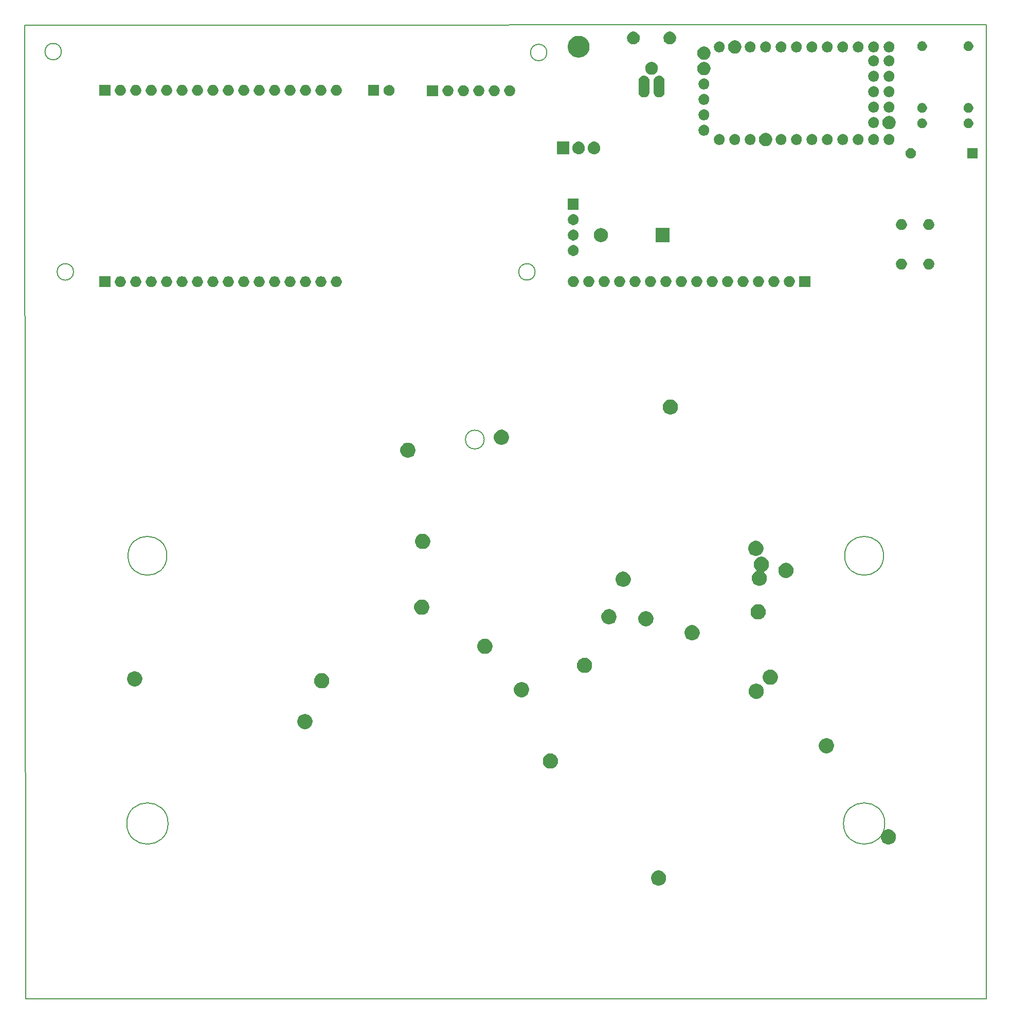
<source format=gbs>
G04 #@! TF.GenerationSoftware,KiCad,Pcbnew,(5.1.5)-3*
G04 #@! TF.CreationDate,2020-02-20T12:19:50+01:00*
G04 #@! TF.ProjectId,carecasetester,63617265-6361-4736-9574-65737465722e,rev?*
G04 #@! TF.SameCoordinates,Original*
G04 #@! TF.FileFunction,Soldermask,Bot*
G04 #@! TF.FilePolarity,Negative*
%FSLAX46Y46*%
G04 Gerber Fmt 4.6, Leading zero omitted, Abs format (unit mm)*
G04 Created by KiCad (PCBNEW (5.1.5)-3) date 2020-02-20 12:19:50*
%MOMM*%
%LPD*%
G04 APERTURE LIST*
%ADD10C,0.200000*%
%ADD11C,0.150000*%
G04 APERTURE END LIST*
D10*
X77000000Y-20080000D02*
X77000000Y-10080000D01*
X235330000Y-10030000D02*
X235330000Y-20030000D01*
X83040924Y-14450000D02*
G75*
G03X83040924Y-14450000I-1352821J0D01*
G01*
X162982821Y-14600000D02*
G75*
G03X162982821Y-14600000I-1352821J0D01*
G01*
X161040924Y-50710000D02*
G75*
G03X161040924Y-50710000I-1352821J0D01*
G01*
X85040924Y-50710000D02*
G75*
G03X85040924Y-50710000I-1352821J0D01*
G01*
X77000000Y-20080000D02*
X77150000Y-170400000D01*
X235330000Y-10030000D02*
X77000000Y-10080000D01*
X235290000Y-170410000D02*
X235330000Y-20030000D01*
X77150000Y-170400000D02*
X235290000Y-170410000D01*
X152660000Y-78311679D02*
G75*
G03X152660000Y-78311679I-1550000J0D01*
G01*
X100610000Y-141520000D02*
G75*
G03X100610000Y-141520000I-3400000J0D01*
G01*
X218610000Y-141520000D02*
G75*
G03X218610000Y-141520000I-3400000J0D01*
G01*
X218410000Y-97450000D02*
G75*
G03X218410000Y-97450000I-3200000J0D01*
G01*
X100410000Y-97450000D02*
G75*
G03X100410000Y-97450000I-3200000J0D01*
G01*
D11*
G36*
X181734610Y-149288036D02*
G01*
X181962095Y-149382264D01*
X181962097Y-149382265D01*
X182166828Y-149519062D01*
X182340938Y-149693172D01*
X182477736Y-149897905D01*
X182571964Y-150125390D01*
X182620000Y-150366884D01*
X182620000Y-150613116D01*
X182571964Y-150854610D01*
X182477736Y-151082095D01*
X182477735Y-151082097D01*
X182340938Y-151286828D01*
X182166828Y-151460938D01*
X181962097Y-151597735D01*
X181962096Y-151597736D01*
X181962095Y-151597736D01*
X181734610Y-151691964D01*
X181493116Y-151740000D01*
X181246884Y-151740000D01*
X181005390Y-151691964D01*
X180777905Y-151597736D01*
X180777904Y-151597736D01*
X180777903Y-151597735D01*
X180573172Y-151460938D01*
X180399062Y-151286828D01*
X180262265Y-151082097D01*
X180262264Y-151082095D01*
X180168036Y-150854610D01*
X180120000Y-150613116D01*
X180120000Y-150366884D01*
X180168036Y-150125390D01*
X180262264Y-149897905D01*
X180399062Y-149693172D01*
X180573172Y-149519062D01*
X180777903Y-149382265D01*
X180777905Y-149382264D01*
X181005390Y-149288036D01*
X181246884Y-149240000D01*
X181493116Y-149240000D01*
X181734610Y-149288036D01*
G37*
G36*
X219574610Y-142518036D02*
G01*
X219802095Y-142612264D01*
X219802097Y-142612265D01*
X220006828Y-142749062D01*
X220180938Y-142923172D01*
X220317736Y-143127905D01*
X220411964Y-143355390D01*
X220460000Y-143596884D01*
X220460000Y-143843116D01*
X220411964Y-144084610D01*
X220317736Y-144312095D01*
X220317735Y-144312097D01*
X220180938Y-144516828D01*
X220006828Y-144690938D01*
X219802097Y-144827735D01*
X219802096Y-144827736D01*
X219802095Y-144827736D01*
X219574610Y-144921964D01*
X219333116Y-144970000D01*
X219086884Y-144970000D01*
X218845390Y-144921964D01*
X218617905Y-144827736D01*
X218617904Y-144827736D01*
X218617903Y-144827735D01*
X218413172Y-144690938D01*
X218239062Y-144516828D01*
X218102265Y-144312097D01*
X218102264Y-144312095D01*
X218008036Y-144084610D01*
X217960000Y-143843116D01*
X217960000Y-143596884D01*
X218008036Y-143355390D01*
X218102264Y-143127905D01*
X218239062Y-142923172D01*
X218413172Y-142749062D01*
X218617903Y-142612265D01*
X218617905Y-142612264D01*
X218845390Y-142518036D01*
X219086884Y-142470000D01*
X219333116Y-142470000D01*
X219574610Y-142518036D01*
G37*
G36*
X163924610Y-130028036D02*
G01*
X164152095Y-130122264D01*
X164152097Y-130122265D01*
X164356828Y-130259062D01*
X164530938Y-130433172D01*
X164667736Y-130637905D01*
X164761964Y-130865390D01*
X164810000Y-131106884D01*
X164810000Y-131353116D01*
X164761964Y-131594610D01*
X164667736Y-131822095D01*
X164667735Y-131822097D01*
X164530938Y-132026828D01*
X164356828Y-132200938D01*
X164152097Y-132337735D01*
X164152096Y-132337736D01*
X164152095Y-132337736D01*
X163924610Y-132431964D01*
X163683116Y-132480000D01*
X163436884Y-132480000D01*
X163195390Y-132431964D01*
X162967905Y-132337736D01*
X162967904Y-132337736D01*
X162967903Y-132337735D01*
X162763172Y-132200938D01*
X162589062Y-132026828D01*
X162452265Y-131822097D01*
X162452264Y-131822095D01*
X162358036Y-131594610D01*
X162310000Y-131353116D01*
X162310000Y-131106884D01*
X162358036Y-130865390D01*
X162452264Y-130637905D01*
X162589062Y-130433172D01*
X162763172Y-130259062D01*
X162967903Y-130122265D01*
X162967905Y-130122264D01*
X163195390Y-130028036D01*
X163436884Y-129980000D01*
X163683116Y-129980000D01*
X163924610Y-130028036D01*
G37*
G36*
X209374610Y-127508036D02*
G01*
X209602095Y-127602264D01*
X209602097Y-127602265D01*
X209806828Y-127739062D01*
X209980938Y-127913172D01*
X210117736Y-128117905D01*
X210211964Y-128345390D01*
X210260000Y-128586884D01*
X210260000Y-128833116D01*
X210211964Y-129074610D01*
X210117736Y-129302095D01*
X210117735Y-129302097D01*
X209980938Y-129506828D01*
X209806828Y-129680938D01*
X209602097Y-129817735D01*
X209602096Y-129817736D01*
X209602095Y-129817736D01*
X209374610Y-129911964D01*
X209133116Y-129960000D01*
X208886884Y-129960000D01*
X208645390Y-129911964D01*
X208417905Y-129817736D01*
X208417904Y-129817736D01*
X208417903Y-129817735D01*
X208213172Y-129680938D01*
X208039062Y-129506828D01*
X207902265Y-129302097D01*
X207902264Y-129302095D01*
X207808036Y-129074610D01*
X207760000Y-128833116D01*
X207760000Y-128586884D01*
X207808036Y-128345390D01*
X207902264Y-128117905D01*
X208039062Y-127913172D01*
X208213172Y-127739062D01*
X208417903Y-127602265D01*
X208417905Y-127602264D01*
X208645390Y-127508036D01*
X208886884Y-127460000D01*
X209133116Y-127460000D01*
X209374610Y-127508036D01*
G37*
G36*
X123504610Y-123528036D02*
G01*
X123732095Y-123622264D01*
X123732097Y-123622265D01*
X123936828Y-123759062D01*
X124110938Y-123933172D01*
X124247736Y-124137905D01*
X124341964Y-124365390D01*
X124390000Y-124606884D01*
X124390000Y-124853116D01*
X124341964Y-125094610D01*
X124247736Y-125322095D01*
X124247735Y-125322097D01*
X124110938Y-125526828D01*
X123936828Y-125700938D01*
X123732097Y-125837735D01*
X123732096Y-125837736D01*
X123732095Y-125837736D01*
X123504610Y-125931964D01*
X123263116Y-125980000D01*
X123016884Y-125980000D01*
X122775390Y-125931964D01*
X122547905Y-125837736D01*
X122547904Y-125837736D01*
X122547903Y-125837735D01*
X122343172Y-125700938D01*
X122169062Y-125526828D01*
X122032265Y-125322097D01*
X122032264Y-125322095D01*
X121938036Y-125094610D01*
X121890000Y-124853116D01*
X121890000Y-124606884D01*
X121938036Y-124365390D01*
X122032264Y-124137905D01*
X122169062Y-123933172D01*
X122343172Y-123759062D01*
X122547903Y-123622265D01*
X122547905Y-123622264D01*
X122775390Y-123528036D01*
X123016884Y-123480000D01*
X123263116Y-123480000D01*
X123504610Y-123528036D01*
G37*
G36*
X197814610Y-118528036D02*
G01*
X198042095Y-118622264D01*
X198042097Y-118622265D01*
X198128503Y-118680000D01*
X198246828Y-118759062D01*
X198420938Y-118933172D01*
X198557736Y-119137905D01*
X198651964Y-119365390D01*
X198700000Y-119606884D01*
X198700000Y-119853116D01*
X198651964Y-120094610D01*
X198580628Y-120266828D01*
X198557735Y-120322097D01*
X198420938Y-120526828D01*
X198246828Y-120700938D01*
X198042097Y-120837735D01*
X198042096Y-120837736D01*
X198042095Y-120837736D01*
X197814610Y-120931964D01*
X197573116Y-120980000D01*
X197326884Y-120980000D01*
X197085390Y-120931964D01*
X196857905Y-120837736D01*
X196857904Y-120837736D01*
X196857903Y-120837735D01*
X196653172Y-120700938D01*
X196479062Y-120526828D01*
X196342265Y-120322097D01*
X196319372Y-120266828D01*
X196248036Y-120094610D01*
X196200000Y-119853116D01*
X196200000Y-119606884D01*
X196248036Y-119365390D01*
X196342264Y-119137905D01*
X196479062Y-118933172D01*
X196653172Y-118759062D01*
X196771497Y-118680000D01*
X196857903Y-118622265D01*
X196857905Y-118622264D01*
X197085390Y-118528036D01*
X197326884Y-118480000D01*
X197573116Y-118480000D01*
X197814610Y-118528036D01*
G37*
G36*
X159174610Y-118268036D02*
G01*
X159402095Y-118362264D01*
X159402097Y-118362265D01*
X159420574Y-118374611D01*
X159606828Y-118499062D01*
X159780938Y-118673172D01*
X159917736Y-118877905D01*
X160011964Y-119105390D01*
X160060000Y-119346884D01*
X160060000Y-119593116D01*
X160011964Y-119834610D01*
X159917736Y-120062095D01*
X159917735Y-120062097D01*
X159780938Y-120266828D01*
X159606828Y-120440938D01*
X159402097Y-120577735D01*
X159402096Y-120577736D01*
X159402095Y-120577736D01*
X159174610Y-120671964D01*
X158933116Y-120720000D01*
X158686884Y-120720000D01*
X158445390Y-120671964D01*
X158217905Y-120577736D01*
X158217904Y-120577736D01*
X158217903Y-120577735D01*
X158013172Y-120440938D01*
X157839062Y-120266828D01*
X157702265Y-120062097D01*
X157702264Y-120062095D01*
X157608036Y-119834610D01*
X157560000Y-119593116D01*
X157560000Y-119346884D01*
X157608036Y-119105390D01*
X157702264Y-118877905D01*
X157839062Y-118673172D01*
X158013172Y-118499062D01*
X158199426Y-118374611D01*
X158217903Y-118362265D01*
X158217905Y-118362264D01*
X158445390Y-118268036D01*
X158686884Y-118220000D01*
X158933116Y-118220000D01*
X159174610Y-118268036D01*
G37*
G36*
X126274610Y-116808036D02*
G01*
X126502095Y-116902264D01*
X126502097Y-116902265D01*
X126706828Y-117039062D01*
X126880938Y-117213172D01*
X126962602Y-117335390D01*
X127017736Y-117417905D01*
X127111964Y-117645390D01*
X127160000Y-117886884D01*
X127160000Y-118133116D01*
X127111964Y-118374610D01*
X127017736Y-118602095D01*
X127017735Y-118602097D01*
X126880938Y-118806828D01*
X126706828Y-118980938D01*
X126502097Y-119117735D01*
X126502096Y-119117736D01*
X126502095Y-119117736D01*
X126274610Y-119211964D01*
X126033116Y-119260000D01*
X125786884Y-119260000D01*
X125545390Y-119211964D01*
X125317905Y-119117736D01*
X125317904Y-119117736D01*
X125317903Y-119117735D01*
X125113172Y-118980938D01*
X124939062Y-118806828D01*
X124802265Y-118602097D01*
X124802264Y-118602095D01*
X124708036Y-118374610D01*
X124660000Y-118133116D01*
X124660000Y-117886884D01*
X124708036Y-117645390D01*
X124802264Y-117417905D01*
X124857399Y-117335390D01*
X124939062Y-117213172D01*
X125113172Y-117039062D01*
X125317903Y-116902265D01*
X125317905Y-116902264D01*
X125545390Y-116808036D01*
X125786884Y-116760000D01*
X126033116Y-116760000D01*
X126274610Y-116808036D01*
G37*
G36*
X95474610Y-116498036D02*
G01*
X95702095Y-116592264D01*
X95702097Y-116592265D01*
X95906828Y-116729062D01*
X96080938Y-116903172D01*
X96189329Y-117065390D01*
X96217736Y-117107905D01*
X96311964Y-117335390D01*
X96360000Y-117576884D01*
X96360000Y-117823116D01*
X96311964Y-118064610D01*
X96227701Y-118268037D01*
X96217735Y-118292097D01*
X96080938Y-118496828D01*
X95906828Y-118670938D01*
X95702097Y-118807735D01*
X95702096Y-118807736D01*
X95702095Y-118807736D01*
X95474610Y-118901964D01*
X95233116Y-118950000D01*
X94986884Y-118950000D01*
X94745390Y-118901964D01*
X94517905Y-118807736D01*
X94517904Y-118807736D01*
X94517903Y-118807735D01*
X94313172Y-118670938D01*
X94139062Y-118496828D01*
X94002265Y-118292097D01*
X93992299Y-118268037D01*
X93908036Y-118064610D01*
X93860000Y-117823116D01*
X93860000Y-117576884D01*
X93908036Y-117335390D01*
X94002264Y-117107905D01*
X94030672Y-117065390D01*
X94139062Y-116903172D01*
X94313172Y-116729062D01*
X94517903Y-116592265D01*
X94517905Y-116592264D01*
X94745390Y-116498036D01*
X94986884Y-116450000D01*
X95233116Y-116450000D01*
X95474610Y-116498036D01*
G37*
G36*
X200124610Y-116228036D02*
G01*
X200352095Y-116322264D01*
X200352097Y-116322265D01*
X200543266Y-116450000D01*
X200556828Y-116459062D01*
X200730938Y-116633172D01*
X200867736Y-116837905D01*
X200961964Y-117065390D01*
X201010000Y-117306884D01*
X201010000Y-117553116D01*
X200961964Y-117794610D01*
X200867736Y-118022095D01*
X200867735Y-118022097D01*
X200730938Y-118226828D01*
X200556828Y-118400938D01*
X200352097Y-118537735D01*
X200352096Y-118537736D01*
X200352095Y-118537736D01*
X200124610Y-118631964D01*
X199883116Y-118680000D01*
X199636884Y-118680000D01*
X199395390Y-118631964D01*
X199167905Y-118537736D01*
X199167904Y-118537736D01*
X199167903Y-118537735D01*
X198963172Y-118400938D01*
X198789062Y-118226828D01*
X198652265Y-118022097D01*
X198652264Y-118022095D01*
X198558036Y-117794610D01*
X198510000Y-117553116D01*
X198510000Y-117306884D01*
X198558036Y-117065390D01*
X198652264Y-116837905D01*
X198789062Y-116633172D01*
X198963172Y-116459062D01*
X198976734Y-116450000D01*
X199167903Y-116322265D01*
X199167905Y-116322264D01*
X199395390Y-116228036D01*
X199636884Y-116180000D01*
X199883116Y-116180000D01*
X200124610Y-116228036D01*
G37*
G36*
X169534610Y-114278036D02*
G01*
X169762095Y-114372264D01*
X169762097Y-114372265D01*
X169966828Y-114509062D01*
X170140938Y-114683172D01*
X170277736Y-114887905D01*
X170371964Y-115115390D01*
X170420000Y-115356884D01*
X170420000Y-115603116D01*
X170371964Y-115844610D01*
X170277736Y-116072095D01*
X170277735Y-116072097D01*
X170140938Y-116276828D01*
X169966828Y-116450938D01*
X169762097Y-116587735D01*
X169762096Y-116587736D01*
X169762095Y-116587736D01*
X169534610Y-116681964D01*
X169293116Y-116730000D01*
X169046884Y-116730000D01*
X168805390Y-116681964D01*
X168577905Y-116587736D01*
X168577904Y-116587736D01*
X168577903Y-116587735D01*
X168373172Y-116450938D01*
X168199062Y-116276828D01*
X168062265Y-116072097D01*
X168062264Y-116072095D01*
X167968036Y-115844610D01*
X167920000Y-115603116D01*
X167920000Y-115356884D01*
X167968036Y-115115390D01*
X168062264Y-114887905D01*
X168199062Y-114683172D01*
X168373172Y-114509062D01*
X168577903Y-114372265D01*
X168577905Y-114372264D01*
X168805390Y-114278036D01*
X169046884Y-114230000D01*
X169293116Y-114230000D01*
X169534610Y-114278036D01*
G37*
G36*
X153134610Y-111138036D02*
G01*
X153362095Y-111232264D01*
X153362097Y-111232265D01*
X153481373Y-111311963D01*
X153566828Y-111369062D01*
X153740938Y-111543172D01*
X153877736Y-111747905D01*
X153971964Y-111975390D01*
X154020000Y-112216884D01*
X154020000Y-112463116D01*
X153971964Y-112704610D01*
X153877736Y-112932095D01*
X153877735Y-112932097D01*
X153740938Y-113136828D01*
X153566828Y-113310938D01*
X153362097Y-113447735D01*
X153362096Y-113447736D01*
X153362095Y-113447736D01*
X153134610Y-113541964D01*
X152893116Y-113590000D01*
X152646884Y-113590000D01*
X152405390Y-113541964D01*
X152177905Y-113447736D01*
X152177904Y-113447736D01*
X152177903Y-113447735D01*
X151973172Y-113310938D01*
X151799062Y-113136828D01*
X151662265Y-112932097D01*
X151662264Y-112932095D01*
X151568036Y-112704610D01*
X151520000Y-112463116D01*
X151520000Y-112216884D01*
X151568036Y-111975390D01*
X151662264Y-111747905D01*
X151799062Y-111543172D01*
X151973172Y-111369062D01*
X152058627Y-111311963D01*
X152177903Y-111232265D01*
X152177905Y-111232264D01*
X152405390Y-111138036D01*
X152646884Y-111090000D01*
X152893116Y-111090000D01*
X153134610Y-111138036D01*
G37*
G36*
X187244610Y-108908036D02*
G01*
X187472095Y-109002264D01*
X187472097Y-109002265D01*
X187528571Y-109040000D01*
X187676828Y-109139062D01*
X187850938Y-109313172D01*
X187987736Y-109517905D01*
X188081964Y-109745390D01*
X188130000Y-109986884D01*
X188130000Y-110233116D01*
X188081964Y-110474610D01*
X187987736Y-110702095D01*
X187987735Y-110702097D01*
X187850938Y-110906828D01*
X187676828Y-111080938D01*
X187472097Y-111217735D01*
X187472096Y-111217736D01*
X187472095Y-111217736D01*
X187244610Y-111311964D01*
X187003116Y-111360000D01*
X186756884Y-111360000D01*
X186515390Y-111311964D01*
X186287905Y-111217736D01*
X186287904Y-111217736D01*
X186287903Y-111217735D01*
X186083172Y-111080938D01*
X185909062Y-110906828D01*
X185772265Y-110702097D01*
X185772264Y-110702095D01*
X185678036Y-110474610D01*
X185630000Y-110233116D01*
X185630000Y-109986884D01*
X185678036Y-109745390D01*
X185772264Y-109517905D01*
X185909062Y-109313172D01*
X186083172Y-109139062D01*
X186231429Y-109040000D01*
X186287903Y-109002265D01*
X186287905Y-109002264D01*
X186515390Y-108908036D01*
X186756884Y-108860000D01*
X187003116Y-108860000D01*
X187244610Y-108908036D01*
G37*
G36*
X179644610Y-106588036D02*
G01*
X179872095Y-106682264D01*
X179872097Y-106682265D01*
X180076828Y-106819062D01*
X180250938Y-106993172D01*
X180332602Y-107115390D01*
X180387736Y-107197905D01*
X180481964Y-107425390D01*
X180530000Y-107666884D01*
X180530000Y-107913116D01*
X180481964Y-108154610D01*
X180431339Y-108276828D01*
X180387735Y-108382097D01*
X180250938Y-108586828D01*
X180076828Y-108760938D01*
X179872097Y-108897735D01*
X179872096Y-108897736D01*
X179872095Y-108897736D01*
X179644610Y-108991964D01*
X179403116Y-109040000D01*
X179156884Y-109040000D01*
X178915390Y-108991964D01*
X178687905Y-108897736D01*
X178687904Y-108897736D01*
X178687903Y-108897735D01*
X178483172Y-108760938D01*
X178309062Y-108586828D01*
X178172265Y-108382097D01*
X178128661Y-108276828D01*
X178078036Y-108154610D01*
X178030000Y-107913116D01*
X178030000Y-107666884D01*
X178078036Y-107425390D01*
X178172264Y-107197905D01*
X178227399Y-107115390D01*
X178309062Y-106993172D01*
X178483172Y-106819062D01*
X178687903Y-106682265D01*
X178687905Y-106682264D01*
X178915390Y-106588036D01*
X179156884Y-106540000D01*
X179403116Y-106540000D01*
X179644610Y-106588036D01*
G37*
G36*
X173554610Y-106278036D02*
G01*
X173782095Y-106372264D01*
X173782097Y-106372265D01*
X173961435Y-106492095D01*
X173986828Y-106509062D01*
X174160938Y-106683172D01*
X174297736Y-106887905D01*
X174391964Y-107115390D01*
X174440000Y-107356884D01*
X174440000Y-107603116D01*
X174391964Y-107844610D01*
X174360736Y-107920000D01*
X174297735Y-108072097D01*
X174160938Y-108276828D01*
X173986828Y-108450938D01*
X173782097Y-108587735D01*
X173782096Y-108587736D01*
X173782095Y-108587736D01*
X173554610Y-108681964D01*
X173313116Y-108730000D01*
X173066884Y-108730000D01*
X172825390Y-108681964D01*
X172597905Y-108587736D01*
X172597904Y-108587736D01*
X172597903Y-108587735D01*
X172393172Y-108450938D01*
X172219062Y-108276828D01*
X172082265Y-108072097D01*
X172019264Y-107920000D01*
X171988036Y-107844610D01*
X171940000Y-107603116D01*
X171940000Y-107356884D01*
X171988036Y-107115390D01*
X172082264Y-106887905D01*
X172219062Y-106683172D01*
X172393172Y-106509062D01*
X172418565Y-106492095D01*
X172597903Y-106372265D01*
X172597905Y-106372264D01*
X172825390Y-106278036D01*
X173066884Y-106230000D01*
X173313116Y-106230000D01*
X173554610Y-106278036D01*
G37*
G36*
X198134610Y-105468036D02*
G01*
X198362095Y-105562264D01*
X198362097Y-105562265D01*
X198566828Y-105699062D01*
X198740938Y-105873172D01*
X198877736Y-106077905D01*
X198971964Y-106305390D01*
X199020000Y-106546884D01*
X199020000Y-106793116D01*
X198971964Y-107034610D01*
X198877736Y-107262095D01*
X198877735Y-107262097D01*
X198740938Y-107466828D01*
X198566828Y-107640938D01*
X198362097Y-107777735D01*
X198362096Y-107777736D01*
X198362095Y-107777736D01*
X198134610Y-107871964D01*
X197893116Y-107920000D01*
X197646884Y-107920000D01*
X197405390Y-107871964D01*
X197177905Y-107777736D01*
X197177904Y-107777736D01*
X197177903Y-107777735D01*
X196973172Y-107640938D01*
X196799062Y-107466828D01*
X196662265Y-107262097D01*
X196662264Y-107262095D01*
X196568036Y-107034610D01*
X196520000Y-106793116D01*
X196520000Y-106546884D01*
X196568036Y-106305390D01*
X196662264Y-106077905D01*
X196799062Y-105873172D01*
X196973172Y-105699062D01*
X197177903Y-105562265D01*
X197177905Y-105562264D01*
X197405390Y-105468036D01*
X197646884Y-105420000D01*
X197893116Y-105420000D01*
X198134610Y-105468036D01*
G37*
G36*
X142744610Y-104698036D02*
G01*
X142972095Y-104792264D01*
X142972097Y-104792265D01*
X143176828Y-104929062D01*
X143350938Y-105103172D01*
X143487736Y-105307905D01*
X143581964Y-105535390D01*
X143630000Y-105776884D01*
X143630000Y-106023116D01*
X143581964Y-106264610D01*
X143487736Y-106492095D01*
X143487735Y-106492097D01*
X143350938Y-106696828D01*
X143176828Y-106870938D01*
X142972097Y-107007735D01*
X142972096Y-107007736D01*
X142972095Y-107007736D01*
X142744610Y-107101964D01*
X142503116Y-107150000D01*
X142256884Y-107150000D01*
X142015390Y-107101964D01*
X141787905Y-107007736D01*
X141787904Y-107007736D01*
X141787903Y-107007735D01*
X141583172Y-106870938D01*
X141409062Y-106696828D01*
X141272265Y-106492097D01*
X141272264Y-106492095D01*
X141178036Y-106264610D01*
X141130000Y-106023116D01*
X141130000Y-105776884D01*
X141178036Y-105535390D01*
X141272264Y-105307905D01*
X141409062Y-105103172D01*
X141583172Y-104929062D01*
X141787903Y-104792265D01*
X141787905Y-104792264D01*
X142015390Y-104698036D01*
X142256884Y-104650000D01*
X142503116Y-104650000D01*
X142744610Y-104698036D01*
G37*
G36*
X175904610Y-100108036D02*
G01*
X176099117Y-100188604D01*
X176132097Y-100202265D01*
X176150574Y-100214611D01*
X176336828Y-100339062D01*
X176510938Y-100513172D01*
X176647736Y-100717905D01*
X176741964Y-100945390D01*
X176790000Y-101186884D01*
X176790000Y-101433116D01*
X176741964Y-101674610D01*
X176722294Y-101722097D01*
X176647735Y-101902097D01*
X176510938Y-102106828D01*
X176336828Y-102280938D01*
X176132097Y-102417735D01*
X176132096Y-102417736D01*
X176132095Y-102417736D01*
X175904610Y-102511964D01*
X175663116Y-102560000D01*
X175416884Y-102560000D01*
X175175390Y-102511964D01*
X174947905Y-102417736D01*
X174947904Y-102417736D01*
X174947903Y-102417735D01*
X174743172Y-102280938D01*
X174569062Y-102106828D01*
X174432265Y-101902097D01*
X174357706Y-101722097D01*
X174338036Y-101674610D01*
X174290000Y-101433116D01*
X174290000Y-101186884D01*
X174338036Y-100945390D01*
X174432264Y-100717905D01*
X174569062Y-100513172D01*
X174743172Y-100339062D01*
X174929426Y-100214611D01*
X174947903Y-100202265D01*
X174980883Y-100188604D01*
X175175390Y-100108036D01*
X175416884Y-100060000D01*
X175663116Y-100060000D01*
X175904610Y-100108036D01*
G37*
G36*
X198664610Y-97648036D02*
G01*
X198892095Y-97742264D01*
X198892097Y-97742265D01*
X199096828Y-97879062D01*
X199270938Y-98053172D01*
X199407736Y-98257905D01*
X199501964Y-98485390D01*
X199550000Y-98726884D01*
X199550000Y-98973116D01*
X199501964Y-99214610D01*
X199407736Y-99442095D01*
X199407735Y-99442097D01*
X199270938Y-99646828D01*
X199096828Y-99820938D01*
X198892097Y-99957735D01*
X198826922Y-99984732D01*
X198805311Y-99996284D01*
X198786370Y-100011829D01*
X198770825Y-100030771D01*
X198759274Y-100052382D01*
X198752161Y-100075831D01*
X198749759Y-100100217D01*
X198752161Y-100124603D01*
X198759274Y-100148052D01*
X198770826Y-100169663D01*
X198786370Y-100188604D01*
X198930938Y-100333172D01*
X199067736Y-100537905D01*
X199161964Y-100765390D01*
X199210000Y-101006884D01*
X199210000Y-101253116D01*
X199161964Y-101494610D01*
X199067736Y-101722095D01*
X199067735Y-101722097D01*
X198930938Y-101926828D01*
X198756828Y-102100938D01*
X198552097Y-102237735D01*
X198552096Y-102237736D01*
X198552095Y-102237736D01*
X198324610Y-102331964D01*
X198083116Y-102380000D01*
X197836884Y-102380000D01*
X197595390Y-102331964D01*
X197367905Y-102237736D01*
X197367904Y-102237736D01*
X197367903Y-102237735D01*
X197163172Y-102100938D01*
X196989062Y-101926828D01*
X196852265Y-101722097D01*
X196852264Y-101722095D01*
X196758036Y-101494610D01*
X196710000Y-101253116D01*
X196710000Y-101006884D01*
X196758036Y-100765390D01*
X196852264Y-100537905D01*
X196989062Y-100333172D01*
X197163172Y-100159062D01*
X197367903Y-100022265D01*
X197433078Y-99995268D01*
X197454689Y-99983716D01*
X197473630Y-99968171D01*
X197489175Y-99949229D01*
X197500726Y-99927618D01*
X197507839Y-99904169D01*
X197510241Y-99879783D01*
X197507839Y-99855397D01*
X197500726Y-99831948D01*
X197489174Y-99810337D01*
X197473630Y-99791396D01*
X197329062Y-99646828D01*
X197192265Y-99442097D01*
X197192264Y-99442095D01*
X197098036Y-99214610D01*
X197050000Y-98973116D01*
X197050000Y-98726884D01*
X197098036Y-98485390D01*
X197192264Y-98257905D01*
X197329062Y-98053172D01*
X197503172Y-97879062D01*
X197707903Y-97742265D01*
X197707905Y-97742264D01*
X197935390Y-97648036D01*
X198176884Y-97600000D01*
X198423116Y-97600000D01*
X198664610Y-97648036D01*
G37*
G36*
X202704610Y-98648036D02*
G01*
X202894969Y-98726886D01*
X202932097Y-98742265D01*
X203136828Y-98879062D01*
X203310938Y-99053172D01*
X203418808Y-99214610D01*
X203447736Y-99257905D01*
X203541964Y-99485390D01*
X203590000Y-99726884D01*
X203590000Y-99973116D01*
X203541964Y-100214610D01*
X203490414Y-100339062D01*
X203447735Y-100442097D01*
X203310938Y-100646828D01*
X203136828Y-100820938D01*
X202932097Y-100957735D01*
X202932096Y-100957736D01*
X202932095Y-100957736D01*
X202704610Y-101051964D01*
X202463116Y-101100000D01*
X202216884Y-101100000D01*
X201975390Y-101051964D01*
X201747905Y-100957736D01*
X201747904Y-100957736D01*
X201747903Y-100957735D01*
X201543172Y-100820938D01*
X201369062Y-100646828D01*
X201232265Y-100442097D01*
X201189586Y-100339062D01*
X201138036Y-100214610D01*
X201090000Y-99973116D01*
X201090000Y-99726884D01*
X201138036Y-99485390D01*
X201232264Y-99257905D01*
X201261193Y-99214610D01*
X201369062Y-99053172D01*
X201543172Y-98879062D01*
X201747903Y-98742265D01*
X201785031Y-98726886D01*
X201975390Y-98648036D01*
X202216884Y-98600000D01*
X202463116Y-98600000D01*
X202704610Y-98648036D01*
G37*
G36*
X197744610Y-95028036D02*
G01*
X197972095Y-95122264D01*
X197972097Y-95122265D01*
X198078130Y-95193114D01*
X198176828Y-95259062D01*
X198350938Y-95433172D01*
X198487736Y-95637905D01*
X198581964Y-95865390D01*
X198630000Y-96106884D01*
X198630000Y-96353116D01*
X198581964Y-96594610D01*
X198487736Y-96822095D01*
X198487735Y-96822097D01*
X198350938Y-97026828D01*
X198176828Y-97200938D01*
X197972097Y-97337735D01*
X197972096Y-97337736D01*
X197972095Y-97337736D01*
X197744610Y-97431964D01*
X197503116Y-97480000D01*
X197256884Y-97480000D01*
X197015390Y-97431964D01*
X196787905Y-97337736D01*
X196787904Y-97337736D01*
X196787903Y-97337735D01*
X196583172Y-97200938D01*
X196409062Y-97026828D01*
X196272265Y-96822097D01*
X196272264Y-96822095D01*
X196178036Y-96594610D01*
X196130000Y-96353116D01*
X196130000Y-96106884D01*
X196178036Y-95865390D01*
X196272264Y-95637905D01*
X196409062Y-95433172D01*
X196583172Y-95259062D01*
X196681870Y-95193114D01*
X196787903Y-95122265D01*
X196787905Y-95122264D01*
X197015390Y-95028036D01*
X197256884Y-94980000D01*
X197503116Y-94980000D01*
X197744610Y-95028036D01*
G37*
G36*
X142874610Y-93868036D02*
G01*
X143102095Y-93962264D01*
X143102097Y-93962265D01*
X143306828Y-94099062D01*
X143480938Y-94273172D01*
X143617736Y-94477905D01*
X143711964Y-94705390D01*
X143760000Y-94946884D01*
X143760000Y-95193116D01*
X143711964Y-95434610D01*
X143627757Y-95637903D01*
X143617735Y-95662097D01*
X143480938Y-95866828D01*
X143306828Y-96040938D01*
X143102097Y-96177735D01*
X143102096Y-96177736D01*
X143102095Y-96177736D01*
X142874610Y-96271964D01*
X142633116Y-96320000D01*
X142386884Y-96320000D01*
X142145390Y-96271964D01*
X141917905Y-96177736D01*
X141917904Y-96177736D01*
X141917903Y-96177735D01*
X141713172Y-96040938D01*
X141539062Y-95866828D01*
X141402265Y-95662097D01*
X141392243Y-95637903D01*
X141308036Y-95434610D01*
X141260000Y-95193116D01*
X141260000Y-94946884D01*
X141308036Y-94705390D01*
X141402264Y-94477905D01*
X141539062Y-94273172D01*
X141713172Y-94099062D01*
X141917903Y-93962265D01*
X141917905Y-93962264D01*
X142145390Y-93868036D01*
X142386884Y-93820000D01*
X142633116Y-93820000D01*
X142874610Y-93868036D01*
G37*
G36*
X140454610Y-78858036D02*
G01*
X140682095Y-78952264D01*
X140682097Y-78952265D01*
X140824978Y-79047735D01*
X140886828Y-79089062D01*
X141060938Y-79263172D01*
X141197736Y-79467905D01*
X141291964Y-79695390D01*
X141340000Y-79936884D01*
X141340000Y-80183116D01*
X141291964Y-80424610D01*
X141197736Y-80652095D01*
X141197735Y-80652097D01*
X141060938Y-80856828D01*
X140886828Y-81030938D01*
X140682097Y-81167735D01*
X140682096Y-81167736D01*
X140682095Y-81167736D01*
X140454610Y-81261964D01*
X140213116Y-81310000D01*
X139966884Y-81310000D01*
X139725390Y-81261964D01*
X139497905Y-81167736D01*
X139497904Y-81167736D01*
X139497903Y-81167735D01*
X139293172Y-81030938D01*
X139119062Y-80856828D01*
X138982265Y-80652097D01*
X138982264Y-80652095D01*
X138888036Y-80424610D01*
X138840000Y-80183116D01*
X138840000Y-79936884D01*
X138888036Y-79695390D01*
X138982264Y-79467905D01*
X139119062Y-79263172D01*
X139293172Y-79089062D01*
X139355022Y-79047735D01*
X139497903Y-78952265D01*
X139497905Y-78952264D01*
X139725390Y-78858036D01*
X139966884Y-78810000D01*
X140213116Y-78810000D01*
X140454610Y-78858036D01*
G37*
G36*
X155854610Y-76738036D02*
G01*
X156082095Y-76832264D01*
X156082097Y-76832265D01*
X156286828Y-76969062D01*
X156460938Y-77143172D01*
X156597736Y-77347905D01*
X156691964Y-77575390D01*
X156740000Y-77816884D01*
X156740000Y-78063116D01*
X156691964Y-78304610D01*
X156597736Y-78532095D01*
X156597735Y-78532097D01*
X156460938Y-78736828D01*
X156286828Y-78910938D01*
X156082097Y-79047735D01*
X156082096Y-79047736D01*
X156082095Y-79047736D01*
X155854610Y-79141964D01*
X155613116Y-79190000D01*
X155366884Y-79190000D01*
X155125390Y-79141964D01*
X154897905Y-79047736D01*
X154897904Y-79047736D01*
X154897903Y-79047735D01*
X154693172Y-78910938D01*
X154519062Y-78736828D01*
X154382265Y-78532097D01*
X154382264Y-78532095D01*
X154288036Y-78304610D01*
X154240000Y-78063116D01*
X154240000Y-77816884D01*
X154288036Y-77575390D01*
X154382264Y-77347905D01*
X154519062Y-77143172D01*
X154693172Y-76969062D01*
X154897903Y-76832265D01*
X154897905Y-76832264D01*
X155125390Y-76738036D01*
X155366884Y-76690000D01*
X155613116Y-76690000D01*
X155854610Y-76738036D01*
G37*
G36*
X183674610Y-71748036D02*
G01*
X183902095Y-71842264D01*
X183902097Y-71842265D01*
X184106828Y-71979062D01*
X184280938Y-72153172D01*
X184417736Y-72357905D01*
X184511964Y-72585390D01*
X184560000Y-72826884D01*
X184560000Y-73073116D01*
X184511964Y-73314610D01*
X184417736Y-73542095D01*
X184417735Y-73542097D01*
X184280938Y-73746828D01*
X184106828Y-73920938D01*
X183902097Y-74057735D01*
X183902096Y-74057736D01*
X183902095Y-74057736D01*
X183674610Y-74151964D01*
X183433116Y-74200000D01*
X183186884Y-74200000D01*
X182945390Y-74151964D01*
X182717905Y-74057736D01*
X182717904Y-74057736D01*
X182717903Y-74057735D01*
X182513172Y-73920938D01*
X182339062Y-73746828D01*
X182202265Y-73542097D01*
X182202264Y-73542095D01*
X182108036Y-73314610D01*
X182060000Y-73073116D01*
X182060000Y-72826884D01*
X182108036Y-72585390D01*
X182202264Y-72357905D01*
X182339062Y-72153172D01*
X182513172Y-71979062D01*
X182717903Y-71842265D01*
X182717905Y-71842264D01*
X182945390Y-71748036D01*
X183186884Y-71700000D01*
X183433116Y-71700000D01*
X183674610Y-71748036D01*
G37*
G36*
X95403512Y-51433927D02*
G01*
X95552812Y-51463624D01*
X95716784Y-51531544D01*
X95864354Y-51630147D01*
X95989853Y-51755646D01*
X96088456Y-51903216D01*
X96156376Y-52067188D01*
X96191000Y-52241259D01*
X96191000Y-52418741D01*
X96156376Y-52592812D01*
X96088456Y-52756784D01*
X95989853Y-52904354D01*
X95864354Y-53029853D01*
X95716784Y-53128456D01*
X95552812Y-53196376D01*
X95403512Y-53226073D01*
X95378742Y-53231000D01*
X95201258Y-53231000D01*
X95176488Y-53226073D01*
X95027188Y-53196376D01*
X94863216Y-53128456D01*
X94715646Y-53029853D01*
X94590147Y-52904354D01*
X94491544Y-52756784D01*
X94423624Y-52592812D01*
X94389000Y-52418741D01*
X94389000Y-52241259D01*
X94423624Y-52067188D01*
X94491544Y-51903216D01*
X94590147Y-51755646D01*
X94715646Y-51630147D01*
X94863216Y-51531544D01*
X95027188Y-51463624D01*
X95176488Y-51433927D01*
X95201258Y-51429000D01*
X95378742Y-51429000D01*
X95403512Y-51433927D01*
G37*
G36*
X92863512Y-51433927D02*
G01*
X93012812Y-51463624D01*
X93176784Y-51531544D01*
X93324354Y-51630147D01*
X93449853Y-51755646D01*
X93548456Y-51903216D01*
X93616376Y-52067188D01*
X93651000Y-52241259D01*
X93651000Y-52418741D01*
X93616376Y-52592812D01*
X93548456Y-52756784D01*
X93449853Y-52904354D01*
X93324354Y-53029853D01*
X93176784Y-53128456D01*
X93012812Y-53196376D01*
X92863512Y-53226073D01*
X92838742Y-53231000D01*
X92661258Y-53231000D01*
X92636488Y-53226073D01*
X92487188Y-53196376D01*
X92323216Y-53128456D01*
X92175646Y-53029853D01*
X92050147Y-52904354D01*
X91951544Y-52756784D01*
X91883624Y-52592812D01*
X91849000Y-52418741D01*
X91849000Y-52241259D01*
X91883624Y-52067188D01*
X91951544Y-51903216D01*
X92050147Y-51755646D01*
X92175646Y-51630147D01*
X92323216Y-51531544D01*
X92487188Y-51463624D01*
X92636488Y-51433927D01*
X92661258Y-51429000D01*
X92838742Y-51429000D01*
X92863512Y-51433927D01*
G37*
G36*
X97943512Y-51433927D02*
G01*
X98092812Y-51463624D01*
X98256784Y-51531544D01*
X98404354Y-51630147D01*
X98529853Y-51755646D01*
X98628456Y-51903216D01*
X98696376Y-52067188D01*
X98731000Y-52241259D01*
X98731000Y-52418741D01*
X98696376Y-52592812D01*
X98628456Y-52756784D01*
X98529853Y-52904354D01*
X98404354Y-53029853D01*
X98256784Y-53128456D01*
X98092812Y-53196376D01*
X97943512Y-53226073D01*
X97918742Y-53231000D01*
X97741258Y-53231000D01*
X97716488Y-53226073D01*
X97567188Y-53196376D01*
X97403216Y-53128456D01*
X97255646Y-53029853D01*
X97130147Y-52904354D01*
X97031544Y-52756784D01*
X96963624Y-52592812D01*
X96929000Y-52418741D01*
X96929000Y-52241259D01*
X96963624Y-52067188D01*
X97031544Y-51903216D01*
X97130147Y-51755646D01*
X97255646Y-51630147D01*
X97403216Y-51531544D01*
X97567188Y-51463624D01*
X97716488Y-51433927D01*
X97741258Y-51429000D01*
X97918742Y-51429000D01*
X97943512Y-51433927D01*
G37*
G36*
X100483512Y-51433927D02*
G01*
X100632812Y-51463624D01*
X100796784Y-51531544D01*
X100944354Y-51630147D01*
X101069853Y-51755646D01*
X101168456Y-51903216D01*
X101236376Y-52067188D01*
X101271000Y-52241259D01*
X101271000Y-52418741D01*
X101236376Y-52592812D01*
X101168456Y-52756784D01*
X101069853Y-52904354D01*
X100944354Y-53029853D01*
X100796784Y-53128456D01*
X100632812Y-53196376D01*
X100483512Y-53226073D01*
X100458742Y-53231000D01*
X100281258Y-53231000D01*
X100256488Y-53226073D01*
X100107188Y-53196376D01*
X99943216Y-53128456D01*
X99795646Y-53029853D01*
X99670147Y-52904354D01*
X99571544Y-52756784D01*
X99503624Y-52592812D01*
X99469000Y-52418741D01*
X99469000Y-52241259D01*
X99503624Y-52067188D01*
X99571544Y-51903216D01*
X99670147Y-51755646D01*
X99795646Y-51630147D01*
X99943216Y-51531544D01*
X100107188Y-51463624D01*
X100256488Y-51433927D01*
X100281258Y-51429000D01*
X100458742Y-51429000D01*
X100483512Y-51433927D01*
G37*
G36*
X103023512Y-51433927D02*
G01*
X103172812Y-51463624D01*
X103336784Y-51531544D01*
X103484354Y-51630147D01*
X103609853Y-51755646D01*
X103708456Y-51903216D01*
X103776376Y-52067188D01*
X103811000Y-52241259D01*
X103811000Y-52418741D01*
X103776376Y-52592812D01*
X103708456Y-52756784D01*
X103609853Y-52904354D01*
X103484354Y-53029853D01*
X103336784Y-53128456D01*
X103172812Y-53196376D01*
X103023512Y-53226073D01*
X102998742Y-53231000D01*
X102821258Y-53231000D01*
X102796488Y-53226073D01*
X102647188Y-53196376D01*
X102483216Y-53128456D01*
X102335646Y-53029853D01*
X102210147Y-52904354D01*
X102111544Y-52756784D01*
X102043624Y-52592812D01*
X102009000Y-52418741D01*
X102009000Y-52241259D01*
X102043624Y-52067188D01*
X102111544Y-51903216D01*
X102210147Y-51755646D01*
X102335646Y-51630147D01*
X102483216Y-51531544D01*
X102647188Y-51463624D01*
X102796488Y-51433927D01*
X102821258Y-51429000D01*
X102998742Y-51429000D01*
X103023512Y-51433927D01*
G37*
G36*
X105563512Y-51433927D02*
G01*
X105712812Y-51463624D01*
X105876784Y-51531544D01*
X106024354Y-51630147D01*
X106149853Y-51755646D01*
X106248456Y-51903216D01*
X106316376Y-52067188D01*
X106351000Y-52241259D01*
X106351000Y-52418741D01*
X106316376Y-52592812D01*
X106248456Y-52756784D01*
X106149853Y-52904354D01*
X106024354Y-53029853D01*
X105876784Y-53128456D01*
X105712812Y-53196376D01*
X105563512Y-53226073D01*
X105538742Y-53231000D01*
X105361258Y-53231000D01*
X105336488Y-53226073D01*
X105187188Y-53196376D01*
X105023216Y-53128456D01*
X104875646Y-53029853D01*
X104750147Y-52904354D01*
X104651544Y-52756784D01*
X104583624Y-52592812D01*
X104549000Y-52418741D01*
X104549000Y-52241259D01*
X104583624Y-52067188D01*
X104651544Y-51903216D01*
X104750147Y-51755646D01*
X104875646Y-51630147D01*
X105023216Y-51531544D01*
X105187188Y-51463624D01*
X105336488Y-51433927D01*
X105361258Y-51429000D01*
X105538742Y-51429000D01*
X105563512Y-51433927D01*
G37*
G36*
X108103512Y-51433927D02*
G01*
X108252812Y-51463624D01*
X108416784Y-51531544D01*
X108564354Y-51630147D01*
X108689853Y-51755646D01*
X108788456Y-51903216D01*
X108856376Y-52067188D01*
X108891000Y-52241259D01*
X108891000Y-52418741D01*
X108856376Y-52592812D01*
X108788456Y-52756784D01*
X108689853Y-52904354D01*
X108564354Y-53029853D01*
X108416784Y-53128456D01*
X108252812Y-53196376D01*
X108103512Y-53226073D01*
X108078742Y-53231000D01*
X107901258Y-53231000D01*
X107876488Y-53226073D01*
X107727188Y-53196376D01*
X107563216Y-53128456D01*
X107415646Y-53029853D01*
X107290147Y-52904354D01*
X107191544Y-52756784D01*
X107123624Y-52592812D01*
X107089000Y-52418741D01*
X107089000Y-52241259D01*
X107123624Y-52067188D01*
X107191544Y-51903216D01*
X107290147Y-51755646D01*
X107415646Y-51630147D01*
X107563216Y-51531544D01*
X107727188Y-51463624D01*
X107876488Y-51433927D01*
X107901258Y-51429000D01*
X108078742Y-51429000D01*
X108103512Y-51433927D01*
G37*
G36*
X110643512Y-51433927D02*
G01*
X110792812Y-51463624D01*
X110956784Y-51531544D01*
X111104354Y-51630147D01*
X111229853Y-51755646D01*
X111328456Y-51903216D01*
X111396376Y-52067188D01*
X111431000Y-52241259D01*
X111431000Y-52418741D01*
X111396376Y-52592812D01*
X111328456Y-52756784D01*
X111229853Y-52904354D01*
X111104354Y-53029853D01*
X110956784Y-53128456D01*
X110792812Y-53196376D01*
X110643512Y-53226073D01*
X110618742Y-53231000D01*
X110441258Y-53231000D01*
X110416488Y-53226073D01*
X110267188Y-53196376D01*
X110103216Y-53128456D01*
X109955646Y-53029853D01*
X109830147Y-52904354D01*
X109731544Y-52756784D01*
X109663624Y-52592812D01*
X109629000Y-52418741D01*
X109629000Y-52241259D01*
X109663624Y-52067188D01*
X109731544Y-51903216D01*
X109830147Y-51755646D01*
X109955646Y-51630147D01*
X110103216Y-51531544D01*
X110267188Y-51463624D01*
X110416488Y-51433927D01*
X110441258Y-51429000D01*
X110618742Y-51429000D01*
X110643512Y-51433927D01*
G37*
G36*
X115723512Y-51433927D02*
G01*
X115872812Y-51463624D01*
X116036784Y-51531544D01*
X116184354Y-51630147D01*
X116309853Y-51755646D01*
X116408456Y-51903216D01*
X116476376Y-52067188D01*
X116511000Y-52241259D01*
X116511000Y-52418741D01*
X116476376Y-52592812D01*
X116408456Y-52756784D01*
X116309853Y-52904354D01*
X116184354Y-53029853D01*
X116036784Y-53128456D01*
X115872812Y-53196376D01*
X115723512Y-53226073D01*
X115698742Y-53231000D01*
X115521258Y-53231000D01*
X115496488Y-53226073D01*
X115347188Y-53196376D01*
X115183216Y-53128456D01*
X115035646Y-53029853D01*
X114910147Y-52904354D01*
X114811544Y-52756784D01*
X114743624Y-52592812D01*
X114709000Y-52418741D01*
X114709000Y-52241259D01*
X114743624Y-52067188D01*
X114811544Y-51903216D01*
X114910147Y-51755646D01*
X115035646Y-51630147D01*
X115183216Y-51531544D01*
X115347188Y-51463624D01*
X115496488Y-51433927D01*
X115521258Y-51429000D01*
X115698742Y-51429000D01*
X115723512Y-51433927D01*
G37*
G36*
X118263512Y-51433927D02*
G01*
X118412812Y-51463624D01*
X118576784Y-51531544D01*
X118724354Y-51630147D01*
X118849853Y-51755646D01*
X118948456Y-51903216D01*
X119016376Y-52067188D01*
X119051000Y-52241259D01*
X119051000Y-52418741D01*
X119016376Y-52592812D01*
X118948456Y-52756784D01*
X118849853Y-52904354D01*
X118724354Y-53029853D01*
X118576784Y-53128456D01*
X118412812Y-53196376D01*
X118263512Y-53226073D01*
X118238742Y-53231000D01*
X118061258Y-53231000D01*
X118036488Y-53226073D01*
X117887188Y-53196376D01*
X117723216Y-53128456D01*
X117575646Y-53029853D01*
X117450147Y-52904354D01*
X117351544Y-52756784D01*
X117283624Y-52592812D01*
X117249000Y-52418741D01*
X117249000Y-52241259D01*
X117283624Y-52067188D01*
X117351544Y-51903216D01*
X117450147Y-51755646D01*
X117575646Y-51630147D01*
X117723216Y-51531544D01*
X117887188Y-51463624D01*
X118036488Y-51433927D01*
X118061258Y-51429000D01*
X118238742Y-51429000D01*
X118263512Y-51433927D01*
G37*
G36*
X120803512Y-51433927D02*
G01*
X120952812Y-51463624D01*
X121116784Y-51531544D01*
X121264354Y-51630147D01*
X121389853Y-51755646D01*
X121488456Y-51903216D01*
X121556376Y-52067188D01*
X121591000Y-52241259D01*
X121591000Y-52418741D01*
X121556376Y-52592812D01*
X121488456Y-52756784D01*
X121389853Y-52904354D01*
X121264354Y-53029853D01*
X121116784Y-53128456D01*
X120952812Y-53196376D01*
X120803512Y-53226073D01*
X120778742Y-53231000D01*
X120601258Y-53231000D01*
X120576488Y-53226073D01*
X120427188Y-53196376D01*
X120263216Y-53128456D01*
X120115646Y-53029853D01*
X119990147Y-52904354D01*
X119891544Y-52756784D01*
X119823624Y-52592812D01*
X119789000Y-52418741D01*
X119789000Y-52241259D01*
X119823624Y-52067188D01*
X119891544Y-51903216D01*
X119990147Y-51755646D01*
X120115646Y-51630147D01*
X120263216Y-51531544D01*
X120427188Y-51463624D01*
X120576488Y-51433927D01*
X120601258Y-51429000D01*
X120778742Y-51429000D01*
X120803512Y-51433927D01*
G37*
G36*
X123343512Y-51433927D02*
G01*
X123492812Y-51463624D01*
X123656784Y-51531544D01*
X123804354Y-51630147D01*
X123929853Y-51755646D01*
X124028456Y-51903216D01*
X124096376Y-52067188D01*
X124131000Y-52241259D01*
X124131000Y-52418741D01*
X124096376Y-52592812D01*
X124028456Y-52756784D01*
X123929853Y-52904354D01*
X123804354Y-53029853D01*
X123656784Y-53128456D01*
X123492812Y-53196376D01*
X123343512Y-53226073D01*
X123318742Y-53231000D01*
X123141258Y-53231000D01*
X123116488Y-53226073D01*
X122967188Y-53196376D01*
X122803216Y-53128456D01*
X122655646Y-53029853D01*
X122530147Y-52904354D01*
X122431544Y-52756784D01*
X122363624Y-52592812D01*
X122329000Y-52418741D01*
X122329000Y-52241259D01*
X122363624Y-52067188D01*
X122431544Y-51903216D01*
X122530147Y-51755646D01*
X122655646Y-51630147D01*
X122803216Y-51531544D01*
X122967188Y-51463624D01*
X123116488Y-51433927D01*
X123141258Y-51429000D01*
X123318742Y-51429000D01*
X123343512Y-51433927D01*
G37*
G36*
X125883512Y-51433927D02*
G01*
X126032812Y-51463624D01*
X126196784Y-51531544D01*
X126344354Y-51630147D01*
X126469853Y-51755646D01*
X126568456Y-51903216D01*
X126636376Y-52067188D01*
X126671000Y-52241259D01*
X126671000Y-52418741D01*
X126636376Y-52592812D01*
X126568456Y-52756784D01*
X126469853Y-52904354D01*
X126344354Y-53029853D01*
X126196784Y-53128456D01*
X126032812Y-53196376D01*
X125883512Y-53226073D01*
X125858742Y-53231000D01*
X125681258Y-53231000D01*
X125656488Y-53226073D01*
X125507188Y-53196376D01*
X125343216Y-53128456D01*
X125195646Y-53029853D01*
X125070147Y-52904354D01*
X124971544Y-52756784D01*
X124903624Y-52592812D01*
X124869000Y-52418741D01*
X124869000Y-52241259D01*
X124903624Y-52067188D01*
X124971544Y-51903216D01*
X125070147Y-51755646D01*
X125195646Y-51630147D01*
X125343216Y-51531544D01*
X125507188Y-51463624D01*
X125656488Y-51433927D01*
X125681258Y-51429000D01*
X125858742Y-51429000D01*
X125883512Y-51433927D01*
G37*
G36*
X91111000Y-53231000D02*
G01*
X89309000Y-53231000D01*
X89309000Y-51429000D01*
X91111000Y-51429000D01*
X91111000Y-53231000D01*
G37*
G36*
X128423512Y-51433927D02*
G01*
X128572812Y-51463624D01*
X128736784Y-51531544D01*
X128884354Y-51630147D01*
X129009853Y-51755646D01*
X129108456Y-51903216D01*
X129176376Y-52067188D01*
X129211000Y-52241259D01*
X129211000Y-52418741D01*
X129176376Y-52592812D01*
X129108456Y-52756784D01*
X129009853Y-52904354D01*
X128884354Y-53029853D01*
X128736784Y-53128456D01*
X128572812Y-53196376D01*
X128423512Y-53226073D01*
X128398742Y-53231000D01*
X128221258Y-53231000D01*
X128196488Y-53226073D01*
X128047188Y-53196376D01*
X127883216Y-53128456D01*
X127735646Y-53029853D01*
X127610147Y-52904354D01*
X127511544Y-52756784D01*
X127443624Y-52592812D01*
X127409000Y-52418741D01*
X127409000Y-52241259D01*
X127443624Y-52067188D01*
X127511544Y-51903216D01*
X127610147Y-51755646D01*
X127735646Y-51630147D01*
X127883216Y-51531544D01*
X128047188Y-51463624D01*
X128196488Y-51433927D01*
X128221258Y-51429000D01*
X128398742Y-51429000D01*
X128423512Y-51433927D01*
G37*
G36*
X113183512Y-51433927D02*
G01*
X113332812Y-51463624D01*
X113496784Y-51531544D01*
X113644354Y-51630147D01*
X113769853Y-51755646D01*
X113868456Y-51903216D01*
X113936376Y-52067188D01*
X113971000Y-52241259D01*
X113971000Y-52418741D01*
X113936376Y-52592812D01*
X113868456Y-52756784D01*
X113769853Y-52904354D01*
X113644354Y-53029853D01*
X113496784Y-53128456D01*
X113332812Y-53196376D01*
X113183512Y-53226073D01*
X113158742Y-53231000D01*
X112981258Y-53231000D01*
X112956488Y-53226073D01*
X112807188Y-53196376D01*
X112643216Y-53128456D01*
X112495646Y-53029853D01*
X112370147Y-52904354D01*
X112271544Y-52756784D01*
X112203624Y-52592812D01*
X112169000Y-52418741D01*
X112169000Y-52241259D01*
X112203624Y-52067188D01*
X112271544Y-51903216D01*
X112370147Y-51755646D01*
X112495646Y-51630147D01*
X112643216Y-51531544D01*
X112807188Y-51463624D01*
X112956488Y-51433927D01*
X112981258Y-51429000D01*
X113158742Y-51429000D01*
X113183512Y-51433927D01*
G37*
G36*
X169983512Y-51393927D02*
G01*
X170132812Y-51423624D01*
X170296784Y-51491544D01*
X170444354Y-51590147D01*
X170569853Y-51715646D01*
X170668456Y-51863216D01*
X170736376Y-52027188D01*
X170771000Y-52201259D01*
X170771000Y-52378741D01*
X170736376Y-52552812D01*
X170668456Y-52716784D01*
X170569853Y-52864354D01*
X170444354Y-52989853D01*
X170296784Y-53088456D01*
X170132812Y-53156376D01*
X169983512Y-53186073D01*
X169958742Y-53191000D01*
X169781258Y-53191000D01*
X169756488Y-53186073D01*
X169607188Y-53156376D01*
X169443216Y-53088456D01*
X169295646Y-52989853D01*
X169170147Y-52864354D01*
X169071544Y-52716784D01*
X169003624Y-52552812D01*
X168969000Y-52378741D01*
X168969000Y-52201259D01*
X169003624Y-52027188D01*
X169071544Y-51863216D01*
X169170147Y-51715646D01*
X169295646Y-51590147D01*
X169443216Y-51491544D01*
X169607188Y-51423624D01*
X169756488Y-51393927D01*
X169781258Y-51389000D01*
X169958742Y-51389000D01*
X169983512Y-51393927D01*
G37*
G36*
X172523512Y-51393927D02*
G01*
X172672812Y-51423624D01*
X172836784Y-51491544D01*
X172984354Y-51590147D01*
X173109853Y-51715646D01*
X173208456Y-51863216D01*
X173276376Y-52027188D01*
X173311000Y-52201259D01*
X173311000Y-52378741D01*
X173276376Y-52552812D01*
X173208456Y-52716784D01*
X173109853Y-52864354D01*
X172984354Y-52989853D01*
X172836784Y-53088456D01*
X172672812Y-53156376D01*
X172523512Y-53186073D01*
X172498742Y-53191000D01*
X172321258Y-53191000D01*
X172296488Y-53186073D01*
X172147188Y-53156376D01*
X171983216Y-53088456D01*
X171835646Y-52989853D01*
X171710147Y-52864354D01*
X171611544Y-52716784D01*
X171543624Y-52552812D01*
X171509000Y-52378741D01*
X171509000Y-52201259D01*
X171543624Y-52027188D01*
X171611544Y-51863216D01*
X171710147Y-51715646D01*
X171835646Y-51590147D01*
X171983216Y-51491544D01*
X172147188Y-51423624D01*
X172296488Y-51393927D01*
X172321258Y-51389000D01*
X172498742Y-51389000D01*
X172523512Y-51393927D01*
G37*
G36*
X175063512Y-51393927D02*
G01*
X175212812Y-51423624D01*
X175376784Y-51491544D01*
X175524354Y-51590147D01*
X175649853Y-51715646D01*
X175748456Y-51863216D01*
X175816376Y-52027188D01*
X175851000Y-52201259D01*
X175851000Y-52378741D01*
X175816376Y-52552812D01*
X175748456Y-52716784D01*
X175649853Y-52864354D01*
X175524354Y-52989853D01*
X175376784Y-53088456D01*
X175212812Y-53156376D01*
X175063512Y-53186073D01*
X175038742Y-53191000D01*
X174861258Y-53191000D01*
X174836488Y-53186073D01*
X174687188Y-53156376D01*
X174523216Y-53088456D01*
X174375646Y-52989853D01*
X174250147Y-52864354D01*
X174151544Y-52716784D01*
X174083624Y-52552812D01*
X174049000Y-52378741D01*
X174049000Y-52201259D01*
X174083624Y-52027188D01*
X174151544Y-51863216D01*
X174250147Y-51715646D01*
X174375646Y-51590147D01*
X174523216Y-51491544D01*
X174687188Y-51423624D01*
X174836488Y-51393927D01*
X174861258Y-51389000D01*
X175038742Y-51389000D01*
X175063512Y-51393927D01*
G37*
G36*
X177603512Y-51393927D02*
G01*
X177752812Y-51423624D01*
X177916784Y-51491544D01*
X178064354Y-51590147D01*
X178189853Y-51715646D01*
X178288456Y-51863216D01*
X178356376Y-52027188D01*
X178391000Y-52201259D01*
X178391000Y-52378741D01*
X178356376Y-52552812D01*
X178288456Y-52716784D01*
X178189853Y-52864354D01*
X178064354Y-52989853D01*
X177916784Y-53088456D01*
X177752812Y-53156376D01*
X177603512Y-53186073D01*
X177578742Y-53191000D01*
X177401258Y-53191000D01*
X177376488Y-53186073D01*
X177227188Y-53156376D01*
X177063216Y-53088456D01*
X176915646Y-52989853D01*
X176790147Y-52864354D01*
X176691544Y-52716784D01*
X176623624Y-52552812D01*
X176589000Y-52378741D01*
X176589000Y-52201259D01*
X176623624Y-52027188D01*
X176691544Y-51863216D01*
X176790147Y-51715646D01*
X176915646Y-51590147D01*
X177063216Y-51491544D01*
X177227188Y-51423624D01*
X177376488Y-51393927D01*
X177401258Y-51389000D01*
X177578742Y-51389000D01*
X177603512Y-51393927D01*
G37*
G36*
X180143512Y-51393927D02*
G01*
X180292812Y-51423624D01*
X180456784Y-51491544D01*
X180604354Y-51590147D01*
X180729853Y-51715646D01*
X180828456Y-51863216D01*
X180896376Y-52027188D01*
X180931000Y-52201259D01*
X180931000Y-52378741D01*
X180896376Y-52552812D01*
X180828456Y-52716784D01*
X180729853Y-52864354D01*
X180604354Y-52989853D01*
X180456784Y-53088456D01*
X180292812Y-53156376D01*
X180143512Y-53186073D01*
X180118742Y-53191000D01*
X179941258Y-53191000D01*
X179916488Y-53186073D01*
X179767188Y-53156376D01*
X179603216Y-53088456D01*
X179455646Y-52989853D01*
X179330147Y-52864354D01*
X179231544Y-52716784D01*
X179163624Y-52552812D01*
X179129000Y-52378741D01*
X179129000Y-52201259D01*
X179163624Y-52027188D01*
X179231544Y-51863216D01*
X179330147Y-51715646D01*
X179455646Y-51590147D01*
X179603216Y-51491544D01*
X179767188Y-51423624D01*
X179916488Y-51393927D01*
X179941258Y-51389000D01*
X180118742Y-51389000D01*
X180143512Y-51393927D01*
G37*
G36*
X182683512Y-51393927D02*
G01*
X182832812Y-51423624D01*
X182996784Y-51491544D01*
X183144354Y-51590147D01*
X183269853Y-51715646D01*
X183368456Y-51863216D01*
X183436376Y-52027188D01*
X183471000Y-52201259D01*
X183471000Y-52378741D01*
X183436376Y-52552812D01*
X183368456Y-52716784D01*
X183269853Y-52864354D01*
X183144354Y-52989853D01*
X182996784Y-53088456D01*
X182832812Y-53156376D01*
X182683512Y-53186073D01*
X182658742Y-53191000D01*
X182481258Y-53191000D01*
X182456488Y-53186073D01*
X182307188Y-53156376D01*
X182143216Y-53088456D01*
X181995646Y-52989853D01*
X181870147Y-52864354D01*
X181771544Y-52716784D01*
X181703624Y-52552812D01*
X181669000Y-52378741D01*
X181669000Y-52201259D01*
X181703624Y-52027188D01*
X181771544Y-51863216D01*
X181870147Y-51715646D01*
X181995646Y-51590147D01*
X182143216Y-51491544D01*
X182307188Y-51423624D01*
X182456488Y-51393927D01*
X182481258Y-51389000D01*
X182658742Y-51389000D01*
X182683512Y-51393927D01*
G37*
G36*
X185223512Y-51393927D02*
G01*
X185372812Y-51423624D01*
X185536784Y-51491544D01*
X185684354Y-51590147D01*
X185809853Y-51715646D01*
X185908456Y-51863216D01*
X185976376Y-52027188D01*
X186011000Y-52201259D01*
X186011000Y-52378741D01*
X185976376Y-52552812D01*
X185908456Y-52716784D01*
X185809853Y-52864354D01*
X185684354Y-52989853D01*
X185536784Y-53088456D01*
X185372812Y-53156376D01*
X185223512Y-53186073D01*
X185198742Y-53191000D01*
X185021258Y-53191000D01*
X184996488Y-53186073D01*
X184847188Y-53156376D01*
X184683216Y-53088456D01*
X184535646Y-52989853D01*
X184410147Y-52864354D01*
X184311544Y-52716784D01*
X184243624Y-52552812D01*
X184209000Y-52378741D01*
X184209000Y-52201259D01*
X184243624Y-52027188D01*
X184311544Y-51863216D01*
X184410147Y-51715646D01*
X184535646Y-51590147D01*
X184683216Y-51491544D01*
X184847188Y-51423624D01*
X184996488Y-51393927D01*
X185021258Y-51389000D01*
X185198742Y-51389000D01*
X185223512Y-51393927D01*
G37*
G36*
X187763512Y-51393927D02*
G01*
X187912812Y-51423624D01*
X188076784Y-51491544D01*
X188224354Y-51590147D01*
X188349853Y-51715646D01*
X188448456Y-51863216D01*
X188516376Y-52027188D01*
X188551000Y-52201259D01*
X188551000Y-52378741D01*
X188516376Y-52552812D01*
X188448456Y-52716784D01*
X188349853Y-52864354D01*
X188224354Y-52989853D01*
X188076784Y-53088456D01*
X187912812Y-53156376D01*
X187763512Y-53186073D01*
X187738742Y-53191000D01*
X187561258Y-53191000D01*
X187536488Y-53186073D01*
X187387188Y-53156376D01*
X187223216Y-53088456D01*
X187075646Y-52989853D01*
X186950147Y-52864354D01*
X186851544Y-52716784D01*
X186783624Y-52552812D01*
X186749000Y-52378741D01*
X186749000Y-52201259D01*
X186783624Y-52027188D01*
X186851544Y-51863216D01*
X186950147Y-51715646D01*
X187075646Y-51590147D01*
X187223216Y-51491544D01*
X187387188Y-51423624D01*
X187536488Y-51393927D01*
X187561258Y-51389000D01*
X187738742Y-51389000D01*
X187763512Y-51393927D01*
G37*
G36*
X192843512Y-51393927D02*
G01*
X192992812Y-51423624D01*
X193156784Y-51491544D01*
X193304354Y-51590147D01*
X193429853Y-51715646D01*
X193528456Y-51863216D01*
X193596376Y-52027188D01*
X193631000Y-52201259D01*
X193631000Y-52378741D01*
X193596376Y-52552812D01*
X193528456Y-52716784D01*
X193429853Y-52864354D01*
X193304354Y-52989853D01*
X193156784Y-53088456D01*
X192992812Y-53156376D01*
X192843512Y-53186073D01*
X192818742Y-53191000D01*
X192641258Y-53191000D01*
X192616488Y-53186073D01*
X192467188Y-53156376D01*
X192303216Y-53088456D01*
X192155646Y-52989853D01*
X192030147Y-52864354D01*
X191931544Y-52716784D01*
X191863624Y-52552812D01*
X191829000Y-52378741D01*
X191829000Y-52201259D01*
X191863624Y-52027188D01*
X191931544Y-51863216D01*
X192030147Y-51715646D01*
X192155646Y-51590147D01*
X192303216Y-51491544D01*
X192467188Y-51423624D01*
X192616488Y-51393927D01*
X192641258Y-51389000D01*
X192818742Y-51389000D01*
X192843512Y-51393927D01*
G37*
G36*
X195383512Y-51393927D02*
G01*
X195532812Y-51423624D01*
X195696784Y-51491544D01*
X195844354Y-51590147D01*
X195969853Y-51715646D01*
X196068456Y-51863216D01*
X196136376Y-52027188D01*
X196171000Y-52201259D01*
X196171000Y-52378741D01*
X196136376Y-52552812D01*
X196068456Y-52716784D01*
X195969853Y-52864354D01*
X195844354Y-52989853D01*
X195696784Y-53088456D01*
X195532812Y-53156376D01*
X195383512Y-53186073D01*
X195358742Y-53191000D01*
X195181258Y-53191000D01*
X195156488Y-53186073D01*
X195007188Y-53156376D01*
X194843216Y-53088456D01*
X194695646Y-52989853D01*
X194570147Y-52864354D01*
X194471544Y-52716784D01*
X194403624Y-52552812D01*
X194369000Y-52378741D01*
X194369000Y-52201259D01*
X194403624Y-52027188D01*
X194471544Y-51863216D01*
X194570147Y-51715646D01*
X194695646Y-51590147D01*
X194843216Y-51491544D01*
X195007188Y-51423624D01*
X195156488Y-51393927D01*
X195181258Y-51389000D01*
X195358742Y-51389000D01*
X195383512Y-51393927D01*
G37*
G36*
X197923512Y-51393927D02*
G01*
X198072812Y-51423624D01*
X198236784Y-51491544D01*
X198384354Y-51590147D01*
X198509853Y-51715646D01*
X198608456Y-51863216D01*
X198676376Y-52027188D01*
X198711000Y-52201259D01*
X198711000Y-52378741D01*
X198676376Y-52552812D01*
X198608456Y-52716784D01*
X198509853Y-52864354D01*
X198384354Y-52989853D01*
X198236784Y-53088456D01*
X198072812Y-53156376D01*
X197923512Y-53186073D01*
X197898742Y-53191000D01*
X197721258Y-53191000D01*
X197696488Y-53186073D01*
X197547188Y-53156376D01*
X197383216Y-53088456D01*
X197235646Y-52989853D01*
X197110147Y-52864354D01*
X197011544Y-52716784D01*
X196943624Y-52552812D01*
X196909000Y-52378741D01*
X196909000Y-52201259D01*
X196943624Y-52027188D01*
X197011544Y-51863216D01*
X197110147Y-51715646D01*
X197235646Y-51590147D01*
X197383216Y-51491544D01*
X197547188Y-51423624D01*
X197696488Y-51393927D01*
X197721258Y-51389000D01*
X197898742Y-51389000D01*
X197923512Y-51393927D01*
G37*
G36*
X200463512Y-51393927D02*
G01*
X200612812Y-51423624D01*
X200776784Y-51491544D01*
X200924354Y-51590147D01*
X201049853Y-51715646D01*
X201148456Y-51863216D01*
X201216376Y-52027188D01*
X201251000Y-52201259D01*
X201251000Y-52378741D01*
X201216376Y-52552812D01*
X201148456Y-52716784D01*
X201049853Y-52864354D01*
X200924354Y-52989853D01*
X200776784Y-53088456D01*
X200612812Y-53156376D01*
X200463512Y-53186073D01*
X200438742Y-53191000D01*
X200261258Y-53191000D01*
X200236488Y-53186073D01*
X200087188Y-53156376D01*
X199923216Y-53088456D01*
X199775646Y-52989853D01*
X199650147Y-52864354D01*
X199551544Y-52716784D01*
X199483624Y-52552812D01*
X199449000Y-52378741D01*
X199449000Y-52201259D01*
X199483624Y-52027188D01*
X199551544Y-51863216D01*
X199650147Y-51715646D01*
X199775646Y-51590147D01*
X199923216Y-51491544D01*
X200087188Y-51423624D01*
X200236488Y-51393927D01*
X200261258Y-51389000D01*
X200438742Y-51389000D01*
X200463512Y-51393927D01*
G37*
G36*
X203003512Y-51393927D02*
G01*
X203152812Y-51423624D01*
X203316784Y-51491544D01*
X203464354Y-51590147D01*
X203589853Y-51715646D01*
X203688456Y-51863216D01*
X203756376Y-52027188D01*
X203791000Y-52201259D01*
X203791000Y-52378741D01*
X203756376Y-52552812D01*
X203688456Y-52716784D01*
X203589853Y-52864354D01*
X203464354Y-52989853D01*
X203316784Y-53088456D01*
X203152812Y-53156376D01*
X203003512Y-53186073D01*
X202978742Y-53191000D01*
X202801258Y-53191000D01*
X202776488Y-53186073D01*
X202627188Y-53156376D01*
X202463216Y-53088456D01*
X202315646Y-52989853D01*
X202190147Y-52864354D01*
X202091544Y-52716784D01*
X202023624Y-52552812D01*
X201989000Y-52378741D01*
X201989000Y-52201259D01*
X202023624Y-52027188D01*
X202091544Y-51863216D01*
X202190147Y-51715646D01*
X202315646Y-51590147D01*
X202463216Y-51491544D01*
X202627188Y-51423624D01*
X202776488Y-51393927D01*
X202801258Y-51389000D01*
X202978742Y-51389000D01*
X203003512Y-51393927D01*
G37*
G36*
X206331000Y-53191000D02*
G01*
X204529000Y-53191000D01*
X204529000Y-51389000D01*
X206331000Y-51389000D01*
X206331000Y-53191000D01*
G37*
G36*
X167443512Y-51393927D02*
G01*
X167592812Y-51423624D01*
X167756784Y-51491544D01*
X167904354Y-51590147D01*
X168029853Y-51715646D01*
X168128456Y-51863216D01*
X168196376Y-52027188D01*
X168231000Y-52201259D01*
X168231000Y-52378741D01*
X168196376Y-52552812D01*
X168128456Y-52716784D01*
X168029853Y-52864354D01*
X167904354Y-52989853D01*
X167756784Y-53088456D01*
X167592812Y-53156376D01*
X167443512Y-53186073D01*
X167418742Y-53191000D01*
X167241258Y-53191000D01*
X167216488Y-53186073D01*
X167067188Y-53156376D01*
X166903216Y-53088456D01*
X166755646Y-52989853D01*
X166630147Y-52864354D01*
X166531544Y-52716784D01*
X166463624Y-52552812D01*
X166429000Y-52378741D01*
X166429000Y-52201259D01*
X166463624Y-52027188D01*
X166531544Y-51863216D01*
X166630147Y-51715646D01*
X166755646Y-51590147D01*
X166903216Y-51491544D01*
X167067188Y-51423624D01*
X167216488Y-51393927D01*
X167241258Y-51389000D01*
X167418742Y-51389000D01*
X167443512Y-51393927D01*
G37*
G36*
X190303512Y-51393927D02*
G01*
X190452812Y-51423624D01*
X190616784Y-51491544D01*
X190764354Y-51590147D01*
X190889853Y-51715646D01*
X190988456Y-51863216D01*
X191056376Y-52027188D01*
X191091000Y-52201259D01*
X191091000Y-52378741D01*
X191056376Y-52552812D01*
X190988456Y-52716784D01*
X190889853Y-52864354D01*
X190764354Y-52989853D01*
X190616784Y-53088456D01*
X190452812Y-53156376D01*
X190303512Y-53186073D01*
X190278742Y-53191000D01*
X190101258Y-53191000D01*
X190076488Y-53186073D01*
X189927188Y-53156376D01*
X189763216Y-53088456D01*
X189615646Y-52989853D01*
X189490147Y-52864354D01*
X189391544Y-52716784D01*
X189323624Y-52552812D01*
X189289000Y-52378741D01*
X189289000Y-52201259D01*
X189323624Y-52027188D01*
X189391544Y-51863216D01*
X189490147Y-51715646D01*
X189615646Y-51590147D01*
X189763216Y-51491544D01*
X189927188Y-51423624D01*
X190076488Y-51393927D01*
X190101258Y-51389000D01*
X190278742Y-51389000D01*
X190303512Y-51393927D01*
G37*
G36*
X221463512Y-48523927D02*
G01*
X221612812Y-48553624D01*
X221776784Y-48621544D01*
X221924354Y-48720147D01*
X222049853Y-48845646D01*
X222148456Y-48993216D01*
X222216376Y-49157188D01*
X222251000Y-49331259D01*
X222251000Y-49508741D01*
X222216376Y-49682812D01*
X222148456Y-49846784D01*
X222049853Y-49994354D01*
X221924354Y-50119853D01*
X221776784Y-50218456D01*
X221612812Y-50286376D01*
X221463512Y-50316073D01*
X221438742Y-50321000D01*
X221261258Y-50321000D01*
X221236488Y-50316073D01*
X221087188Y-50286376D01*
X220923216Y-50218456D01*
X220775646Y-50119853D01*
X220650147Y-49994354D01*
X220551544Y-49846784D01*
X220483624Y-49682812D01*
X220449000Y-49508741D01*
X220449000Y-49331259D01*
X220483624Y-49157188D01*
X220551544Y-48993216D01*
X220650147Y-48845646D01*
X220775646Y-48720147D01*
X220923216Y-48621544D01*
X221087188Y-48553624D01*
X221236488Y-48523927D01*
X221261258Y-48519000D01*
X221438742Y-48519000D01*
X221463512Y-48523927D01*
G37*
G36*
X225963512Y-48523927D02*
G01*
X226112812Y-48553624D01*
X226276784Y-48621544D01*
X226424354Y-48720147D01*
X226549853Y-48845646D01*
X226648456Y-48993216D01*
X226716376Y-49157188D01*
X226751000Y-49331259D01*
X226751000Y-49508741D01*
X226716376Y-49682812D01*
X226648456Y-49846784D01*
X226549853Y-49994354D01*
X226424354Y-50119853D01*
X226276784Y-50218456D01*
X226112812Y-50286376D01*
X225963512Y-50316073D01*
X225938742Y-50321000D01*
X225761258Y-50321000D01*
X225736488Y-50316073D01*
X225587188Y-50286376D01*
X225423216Y-50218456D01*
X225275646Y-50119853D01*
X225150147Y-49994354D01*
X225051544Y-49846784D01*
X224983624Y-49682812D01*
X224949000Y-49508741D01*
X224949000Y-49331259D01*
X224983624Y-49157188D01*
X225051544Y-48993216D01*
X225150147Y-48845646D01*
X225275646Y-48720147D01*
X225423216Y-48621544D01*
X225587188Y-48553624D01*
X225736488Y-48523927D01*
X225761258Y-48519000D01*
X225938742Y-48519000D01*
X225963512Y-48523927D01*
G37*
G36*
X167433512Y-46293927D02*
G01*
X167582812Y-46323624D01*
X167746784Y-46391544D01*
X167894354Y-46490147D01*
X168019853Y-46615646D01*
X168118456Y-46763216D01*
X168186376Y-46927188D01*
X168221000Y-47101259D01*
X168221000Y-47278741D01*
X168186376Y-47452812D01*
X168118456Y-47616784D01*
X168019853Y-47764354D01*
X167894354Y-47889853D01*
X167746784Y-47988456D01*
X167582812Y-48056376D01*
X167433512Y-48086073D01*
X167408742Y-48091000D01*
X167231258Y-48091000D01*
X167206488Y-48086073D01*
X167057188Y-48056376D01*
X166893216Y-47988456D01*
X166745646Y-47889853D01*
X166620147Y-47764354D01*
X166521544Y-47616784D01*
X166453624Y-47452812D01*
X166419000Y-47278741D01*
X166419000Y-47101259D01*
X166453624Y-46927188D01*
X166521544Y-46763216D01*
X166620147Y-46615646D01*
X166745646Y-46490147D01*
X166893216Y-46391544D01*
X167057188Y-46323624D01*
X167206488Y-46293927D01*
X167231258Y-46289000D01*
X167408742Y-46289000D01*
X167433512Y-46293927D01*
G37*
G36*
X183181000Y-45801000D02*
G01*
X180879000Y-45801000D01*
X180879000Y-43499000D01*
X183181000Y-43499000D01*
X183181000Y-45801000D01*
G37*
G36*
X172094549Y-43521116D02*
G01*
X172205734Y-43543232D01*
X172415203Y-43629997D01*
X172603720Y-43755960D01*
X172764040Y-43916280D01*
X172890003Y-44104797D01*
X172976768Y-44314266D01*
X173021000Y-44536636D01*
X173021000Y-44763364D01*
X172976768Y-44985734D01*
X172890003Y-45195203D01*
X172764040Y-45383720D01*
X172603720Y-45544040D01*
X172415203Y-45670003D01*
X172205734Y-45756768D01*
X172094549Y-45778884D01*
X171983365Y-45801000D01*
X171756635Y-45801000D01*
X171645451Y-45778884D01*
X171534266Y-45756768D01*
X171324797Y-45670003D01*
X171136280Y-45544040D01*
X170975960Y-45383720D01*
X170849997Y-45195203D01*
X170763232Y-44985734D01*
X170719000Y-44763364D01*
X170719000Y-44536636D01*
X170763232Y-44314266D01*
X170849997Y-44104797D01*
X170975960Y-43916280D01*
X171136280Y-43755960D01*
X171324797Y-43629997D01*
X171534266Y-43543232D01*
X171645451Y-43521116D01*
X171756635Y-43499000D01*
X171983365Y-43499000D01*
X172094549Y-43521116D01*
G37*
G36*
X167433512Y-43753927D02*
G01*
X167582812Y-43783624D01*
X167746784Y-43851544D01*
X167894354Y-43950147D01*
X168019853Y-44075646D01*
X168118456Y-44223216D01*
X168186376Y-44387188D01*
X168221000Y-44561259D01*
X168221000Y-44738741D01*
X168186376Y-44912812D01*
X168118456Y-45076784D01*
X168019853Y-45224354D01*
X167894354Y-45349853D01*
X167746784Y-45448456D01*
X167582812Y-45516376D01*
X167443732Y-45544040D01*
X167408742Y-45551000D01*
X167231258Y-45551000D01*
X167196268Y-45544040D01*
X167057188Y-45516376D01*
X166893216Y-45448456D01*
X166745646Y-45349853D01*
X166620147Y-45224354D01*
X166521544Y-45076784D01*
X166453624Y-44912812D01*
X166419000Y-44738741D01*
X166419000Y-44561259D01*
X166453624Y-44387188D01*
X166521544Y-44223216D01*
X166620147Y-44075646D01*
X166745646Y-43950147D01*
X166893216Y-43851544D01*
X167057188Y-43783624D01*
X167206488Y-43753927D01*
X167231258Y-43749000D01*
X167408742Y-43749000D01*
X167433512Y-43753927D01*
G37*
G36*
X225963512Y-42023927D02*
G01*
X226112812Y-42053624D01*
X226276784Y-42121544D01*
X226424354Y-42220147D01*
X226549853Y-42345646D01*
X226648456Y-42493216D01*
X226716376Y-42657188D01*
X226751000Y-42831259D01*
X226751000Y-43008741D01*
X226716376Y-43182812D01*
X226648456Y-43346784D01*
X226549853Y-43494354D01*
X226424354Y-43619853D01*
X226276784Y-43718456D01*
X226112812Y-43786376D01*
X225963512Y-43816073D01*
X225938742Y-43821000D01*
X225761258Y-43821000D01*
X225736488Y-43816073D01*
X225587188Y-43786376D01*
X225423216Y-43718456D01*
X225275646Y-43619853D01*
X225150147Y-43494354D01*
X225051544Y-43346784D01*
X224983624Y-43182812D01*
X224949000Y-43008741D01*
X224949000Y-42831259D01*
X224983624Y-42657188D01*
X225051544Y-42493216D01*
X225150147Y-42345646D01*
X225275646Y-42220147D01*
X225423216Y-42121544D01*
X225587188Y-42053624D01*
X225736488Y-42023927D01*
X225761258Y-42019000D01*
X225938742Y-42019000D01*
X225963512Y-42023927D01*
G37*
G36*
X221463512Y-42023927D02*
G01*
X221612812Y-42053624D01*
X221776784Y-42121544D01*
X221924354Y-42220147D01*
X222049853Y-42345646D01*
X222148456Y-42493216D01*
X222216376Y-42657188D01*
X222251000Y-42831259D01*
X222251000Y-43008741D01*
X222216376Y-43182812D01*
X222148456Y-43346784D01*
X222049853Y-43494354D01*
X221924354Y-43619853D01*
X221776784Y-43718456D01*
X221612812Y-43786376D01*
X221463512Y-43816073D01*
X221438742Y-43821000D01*
X221261258Y-43821000D01*
X221236488Y-43816073D01*
X221087188Y-43786376D01*
X220923216Y-43718456D01*
X220775646Y-43619853D01*
X220650147Y-43494354D01*
X220551544Y-43346784D01*
X220483624Y-43182812D01*
X220449000Y-43008741D01*
X220449000Y-42831259D01*
X220483624Y-42657188D01*
X220551544Y-42493216D01*
X220650147Y-42345646D01*
X220775646Y-42220147D01*
X220923216Y-42121544D01*
X221087188Y-42053624D01*
X221236488Y-42023927D01*
X221261258Y-42019000D01*
X221438742Y-42019000D01*
X221463512Y-42023927D01*
G37*
G36*
X167433512Y-41213927D02*
G01*
X167582812Y-41243624D01*
X167746784Y-41311544D01*
X167894354Y-41410147D01*
X168019853Y-41535646D01*
X168118456Y-41683216D01*
X168186376Y-41847188D01*
X168221000Y-42021259D01*
X168221000Y-42198741D01*
X168186376Y-42372812D01*
X168118456Y-42536784D01*
X168019853Y-42684354D01*
X167894354Y-42809853D01*
X167746784Y-42908456D01*
X167582812Y-42976376D01*
X167433512Y-43006073D01*
X167408742Y-43011000D01*
X167231258Y-43011000D01*
X167206488Y-43006073D01*
X167057188Y-42976376D01*
X166893216Y-42908456D01*
X166745646Y-42809853D01*
X166620147Y-42684354D01*
X166521544Y-42536784D01*
X166453624Y-42372812D01*
X166419000Y-42198741D01*
X166419000Y-42021259D01*
X166453624Y-41847188D01*
X166521544Y-41683216D01*
X166620147Y-41535646D01*
X166745646Y-41410147D01*
X166893216Y-41311544D01*
X167057188Y-41243624D01*
X167206488Y-41213927D01*
X167231258Y-41209000D01*
X167408742Y-41209000D01*
X167433512Y-41213927D01*
G37*
G36*
X168221000Y-40471000D02*
G01*
X166419000Y-40471000D01*
X166419000Y-38669000D01*
X168221000Y-38669000D01*
X168221000Y-40471000D01*
G37*
G36*
X233891000Y-32031000D02*
G01*
X232189000Y-32031000D01*
X232189000Y-30329000D01*
X233891000Y-30329000D01*
X233891000Y-32031000D01*
G37*
G36*
X223128228Y-30361703D02*
G01*
X223283100Y-30425853D01*
X223422481Y-30518985D01*
X223541015Y-30637519D01*
X223634147Y-30776900D01*
X223698297Y-30931772D01*
X223731000Y-31096184D01*
X223731000Y-31263816D01*
X223698297Y-31428228D01*
X223634147Y-31583100D01*
X223541015Y-31722481D01*
X223422481Y-31841015D01*
X223283100Y-31934147D01*
X223128228Y-31998297D01*
X222963816Y-32031000D01*
X222796184Y-32031000D01*
X222631772Y-31998297D01*
X222476900Y-31934147D01*
X222337519Y-31841015D01*
X222218985Y-31722481D01*
X222125853Y-31583100D01*
X222061703Y-31428228D01*
X222029000Y-31263816D01*
X222029000Y-31096184D01*
X222061703Y-30931772D01*
X222125853Y-30776900D01*
X222218985Y-30637519D01*
X222337519Y-30518985D01*
X222476900Y-30425853D01*
X222631772Y-30361703D01*
X222796184Y-30329000D01*
X222963816Y-30329000D01*
X223128228Y-30361703D01*
G37*
G36*
X168396719Y-29273520D02*
G01*
X168585880Y-29330901D01*
X168585883Y-29330902D01*
X168678333Y-29380318D01*
X168760212Y-29424083D01*
X168913015Y-29549485D01*
X169038417Y-29702288D01*
X169131599Y-29876619D01*
X169188980Y-30065780D01*
X169203500Y-30213206D01*
X169203500Y-30406793D01*
X169188980Y-30554219D01*
X169163711Y-30637519D01*
X169131598Y-30743383D01*
X169113681Y-30776903D01*
X169038417Y-30917712D01*
X168913015Y-31070515D01*
X168760212Y-31195917D01*
X168585881Y-31289099D01*
X168396720Y-31346480D01*
X168200000Y-31365855D01*
X168003281Y-31346480D01*
X167814120Y-31289099D01*
X167639788Y-31195917D01*
X167486985Y-31070515D01*
X167361583Y-30917712D01*
X167268401Y-30743381D01*
X167211020Y-30554220D01*
X167196500Y-30406794D01*
X167196500Y-30213207D01*
X167211020Y-30065781D01*
X167268401Y-29876620D01*
X167268402Y-29876617D01*
X167328370Y-29764425D01*
X167361583Y-29702288D01*
X167486985Y-29549485D01*
X167639788Y-29424083D01*
X167814119Y-29330901D01*
X168003280Y-29273520D01*
X168200000Y-29254145D01*
X168396719Y-29273520D01*
G37*
G36*
X170936719Y-29273520D02*
G01*
X171125880Y-29330901D01*
X171125883Y-29330902D01*
X171218333Y-29380318D01*
X171300212Y-29424083D01*
X171453015Y-29549485D01*
X171578417Y-29702288D01*
X171671599Y-29876619D01*
X171728980Y-30065780D01*
X171743500Y-30213206D01*
X171743500Y-30406793D01*
X171728980Y-30554219D01*
X171703711Y-30637519D01*
X171671598Y-30743383D01*
X171653681Y-30776903D01*
X171578417Y-30917712D01*
X171453015Y-31070515D01*
X171300212Y-31195917D01*
X171125881Y-31289099D01*
X170936720Y-31346480D01*
X170740000Y-31365855D01*
X170543281Y-31346480D01*
X170354120Y-31289099D01*
X170179788Y-31195917D01*
X170026985Y-31070515D01*
X169901583Y-30917712D01*
X169808401Y-30743381D01*
X169751020Y-30554220D01*
X169736500Y-30406794D01*
X169736500Y-30213207D01*
X169751020Y-30065781D01*
X169808401Y-29876620D01*
X169808402Y-29876617D01*
X169868370Y-29764425D01*
X169901583Y-29702288D01*
X170026985Y-29549485D01*
X170179788Y-29424083D01*
X170354119Y-29330901D01*
X170543280Y-29273520D01*
X170740000Y-29254145D01*
X170936719Y-29273520D01*
G37*
G36*
X166663500Y-31361000D02*
G01*
X164656500Y-31361000D01*
X164656500Y-29259000D01*
X166663500Y-29259000D01*
X166663500Y-31361000D01*
G37*
G36*
X199310857Y-27852272D02*
G01*
X199511043Y-27935192D01*
X199511045Y-27935193D01*
X199548701Y-27960354D01*
X199691208Y-28055574D01*
X199844426Y-28208792D01*
X199964808Y-28388957D01*
X200047728Y-28589143D01*
X200090000Y-28801658D01*
X200090000Y-29018342D01*
X200047728Y-29230857D01*
X199964808Y-29431043D01*
X199844426Y-29611208D01*
X199691208Y-29764426D01*
X199621505Y-29811000D01*
X199511045Y-29884807D01*
X199511044Y-29884808D01*
X199511043Y-29884808D01*
X199310857Y-29967728D01*
X199098342Y-30010000D01*
X198881658Y-30010000D01*
X198669143Y-29967728D01*
X198468957Y-29884808D01*
X198468956Y-29884808D01*
X198468955Y-29884807D01*
X198358495Y-29811000D01*
X198288792Y-29764426D01*
X198135574Y-29611208D01*
X198015192Y-29431043D01*
X197932272Y-29230857D01*
X197890000Y-29018342D01*
X197890000Y-28801658D01*
X197932272Y-28589143D01*
X198015192Y-28388957D01*
X198135574Y-28208792D01*
X198288792Y-28055574D01*
X198431299Y-27960354D01*
X198468955Y-27935193D01*
X198468957Y-27935192D01*
X198669143Y-27852272D01*
X198881658Y-27810000D01*
X199098342Y-27810000D01*
X199310857Y-27852272D01*
G37*
G36*
X219423512Y-28013927D02*
G01*
X219572812Y-28043624D01*
X219736784Y-28111544D01*
X219884354Y-28210147D01*
X220009853Y-28335646D01*
X220108456Y-28483216D01*
X220176376Y-28647188D01*
X220211000Y-28821259D01*
X220211000Y-28998741D01*
X220176376Y-29172812D01*
X220108456Y-29336784D01*
X220009853Y-29484354D01*
X219884354Y-29609853D01*
X219736784Y-29708456D01*
X219572812Y-29776376D01*
X219423512Y-29806073D01*
X219398742Y-29811000D01*
X219221258Y-29811000D01*
X219196488Y-29806073D01*
X219047188Y-29776376D01*
X218883216Y-29708456D01*
X218735646Y-29609853D01*
X218610147Y-29484354D01*
X218511544Y-29336784D01*
X218443624Y-29172812D01*
X218409000Y-28998741D01*
X218409000Y-28821259D01*
X218443624Y-28647188D01*
X218511544Y-28483216D01*
X218610147Y-28335646D01*
X218735646Y-28210147D01*
X218883216Y-28111544D01*
X219047188Y-28043624D01*
X219196488Y-28013927D01*
X219221258Y-28009000D01*
X219398742Y-28009000D01*
X219423512Y-28013927D01*
G37*
G36*
X214343512Y-28013927D02*
G01*
X214492812Y-28043624D01*
X214656784Y-28111544D01*
X214804354Y-28210147D01*
X214929853Y-28335646D01*
X215028456Y-28483216D01*
X215096376Y-28647188D01*
X215131000Y-28821259D01*
X215131000Y-28998741D01*
X215096376Y-29172812D01*
X215028456Y-29336784D01*
X214929853Y-29484354D01*
X214804354Y-29609853D01*
X214656784Y-29708456D01*
X214492812Y-29776376D01*
X214343512Y-29806073D01*
X214318742Y-29811000D01*
X214141258Y-29811000D01*
X214116488Y-29806073D01*
X213967188Y-29776376D01*
X213803216Y-29708456D01*
X213655646Y-29609853D01*
X213530147Y-29484354D01*
X213431544Y-29336784D01*
X213363624Y-29172812D01*
X213329000Y-28998741D01*
X213329000Y-28821259D01*
X213363624Y-28647188D01*
X213431544Y-28483216D01*
X213530147Y-28335646D01*
X213655646Y-28210147D01*
X213803216Y-28111544D01*
X213967188Y-28043624D01*
X214116488Y-28013927D01*
X214141258Y-28009000D01*
X214318742Y-28009000D01*
X214343512Y-28013927D01*
G37*
G36*
X191483512Y-28013927D02*
G01*
X191632812Y-28043624D01*
X191796784Y-28111544D01*
X191944354Y-28210147D01*
X192069853Y-28335646D01*
X192168456Y-28483216D01*
X192236376Y-28647188D01*
X192271000Y-28821259D01*
X192271000Y-28998741D01*
X192236376Y-29172812D01*
X192168456Y-29336784D01*
X192069853Y-29484354D01*
X191944354Y-29609853D01*
X191796784Y-29708456D01*
X191632812Y-29776376D01*
X191483512Y-29806073D01*
X191458742Y-29811000D01*
X191281258Y-29811000D01*
X191256488Y-29806073D01*
X191107188Y-29776376D01*
X190943216Y-29708456D01*
X190795646Y-29609853D01*
X190670147Y-29484354D01*
X190571544Y-29336784D01*
X190503624Y-29172812D01*
X190469000Y-28998741D01*
X190469000Y-28821259D01*
X190503624Y-28647188D01*
X190571544Y-28483216D01*
X190670147Y-28335646D01*
X190795646Y-28210147D01*
X190943216Y-28111544D01*
X191107188Y-28043624D01*
X191256488Y-28013927D01*
X191281258Y-28009000D01*
X191458742Y-28009000D01*
X191483512Y-28013927D01*
G37*
G36*
X194023512Y-28013927D02*
G01*
X194172812Y-28043624D01*
X194336784Y-28111544D01*
X194484354Y-28210147D01*
X194609853Y-28335646D01*
X194708456Y-28483216D01*
X194776376Y-28647188D01*
X194811000Y-28821259D01*
X194811000Y-28998741D01*
X194776376Y-29172812D01*
X194708456Y-29336784D01*
X194609853Y-29484354D01*
X194484354Y-29609853D01*
X194336784Y-29708456D01*
X194172812Y-29776376D01*
X194023512Y-29806073D01*
X193998742Y-29811000D01*
X193821258Y-29811000D01*
X193796488Y-29806073D01*
X193647188Y-29776376D01*
X193483216Y-29708456D01*
X193335646Y-29609853D01*
X193210147Y-29484354D01*
X193111544Y-29336784D01*
X193043624Y-29172812D01*
X193009000Y-28998741D01*
X193009000Y-28821259D01*
X193043624Y-28647188D01*
X193111544Y-28483216D01*
X193210147Y-28335646D01*
X193335646Y-28210147D01*
X193483216Y-28111544D01*
X193647188Y-28043624D01*
X193796488Y-28013927D01*
X193821258Y-28009000D01*
X193998742Y-28009000D01*
X194023512Y-28013927D01*
G37*
G36*
X196563512Y-28013927D02*
G01*
X196712812Y-28043624D01*
X196876784Y-28111544D01*
X197024354Y-28210147D01*
X197149853Y-28335646D01*
X197248456Y-28483216D01*
X197316376Y-28647188D01*
X197351000Y-28821259D01*
X197351000Y-28998741D01*
X197316376Y-29172812D01*
X197248456Y-29336784D01*
X197149853Y-29484354D01*
X197024354Y-29609853D01*
X196876784Y-29708456D01*
X196712812Y-29776376D01*
X196563512Y-29806073D01*
X196538742Y-29811000D01*
X196361258Y-29811000D01*
X196336488Y-29806073D01*
X196187188Y-29776376D01*
X196023216Y-29708456D01*
X195875646Y-29609853D01*
X195750147Y-29484354D01*
X195651544Y-29336784D01*
X195583624Y-29172812D01*
X195549000Y-28998741D01*
X195549000Y-28821259D01*
X195583624Y-28647188D01*
X195651544Y-28483216D01*
X195750147Y-28335646D01*
X195875646Y-28210147D01*
X196023216Y-28111544D01*
X196187188Y-28043624D01*
X196336488Y-28013927D01*
X196361258Y-28009000D01*
X196538742Y-28009000D01*
X196563512Y-28013927D01*
G37*
G36*
X201643512Y-28013927D02*
G01*
X201792812Y-28043624D01*
X201956784Y-28111544D01*
X202104354Y-28210147D01*
X202229853Y-28335646D01*
X202328456Y-28483216D01*
X202396376Y-28647188D01*
X202431000Y-28821259D01*
X202431000Y-28998741D01*
X202396376Y-29172812D01*
X202328456Y-29336784D01*
X202229853Y-29484354D01*
X202104354Y-29609853D01*
X201956784Y-29708456D01*
X201792812Y-29776376D01*
X201643512Y-29806073D01*
X201618742Y-29811000D01*
X201441258Y-29811000D01*
X201416488Y-29806073D01*
X201267188Y-29776376D01*
X201103216Y-29708456D01*
X200955646Y-29609853D01*
X200830147Y-29484354D01*
X200731544Y-29336784D01*
X200663624Y-29172812D01*
X200629000Y-28998741D01*
X200629000Y-28821259D01*
X200663624Y-28647188D01*
X200731544Y-28483216D01*
X200830147Y-28335646D01*
X200955646Y-28210147D01*
X201103216Y-28111544D01*
X201267188Y-28043624D01*
X201416488Y-28013927D01*
X201441258Y-28009000D01*
X201618742Y-28009000D01*
X201643512Y-28013927D01*
G37*
G36*
X206723512Y-28013927D02*
G01*
X206872812Y-28043624D01*
X207036784Y-28111544D01*
X207184354Y-28210147D01*
X207309853Y-28335646D01*
X207408456Y-28483216D01*
X207476376Y-28647188D01*
X207511000Y-28821259D01*
X207511000Y-28998741D01*
X207476376Y-29172812D01*
X207408456Y-29336784D01*
X207309853Y-29484354D01*
X207184354Y-29609853D01*
X207036784Y-29708456D01*
X206872812Y-29776376D01*
X206723512Y-29806073D01*
X206698742Y-29811000D01*
X206521258Y-29811000D01*
X206496488Y-29806073D01*
X206347188Y-29776376D01*
X206183216Y-29708456D01*
X206035646Y-29609853D01*
X205910147Y-29484354D01*
X205811544Y-29336784D01*
X205743624Y-29172812D01*
X205709000Y-28998741D01*
X205709000Y-28821259D01*
X205743624Y-28647188D01*
X205811544Y-28483216D01*
X205910147Y-28335646D01*
X206035646Y-28210147D01*
X206183216Y-28111544D01*
X206347188Y-28043624D01*
X206496488Y-28013927D01*
X206521258Y-28009000D01*
X206698742Y-28009000D01*
X206723512Y-28013927D01*
G37*
G36*
X204183512Y-28013927D02*
G01*
X204332812Y-28043624D01*
X204496784Y-28111544D01*
X204644354Y-28210147D01*
X204769853Y-28335646D01*
X204868456Y-28483216D01*
X204936376Y-28647188D01*
X204971000Y-28821259D01*
X204971000Y-28998741D01*
X204936376Y-29172812D01*
X204868456Y-29336784D01*
X204769853Y-29484354D01*
X204644354Y-29609853D01*
X204496784Y-29708456D01*
X204332812Y-29776376D01*
X204183512Y-29806073D01*
X204158742Y-29811000D01*
X203981258Y-29811000D01*
X203956488Y-29806073D01*
X203807188Y-29776376D01*
X203643216Y-29708456D01*
X203495646Y-29609853D01*
X203370147Y-29484354D01*
X203271544Y-29336784D01*
X203203624Y-29172812D01*
X203169000Y-28998741D01*
X203169000Y-28821259D01*
X203203624Y-28647188D01*
X203271544Y-28483216D01*
X203370147Y-28335646D01*
X203495646Y-28210147D01*
X203643216Y-28111544D01*
X203807188Y-28043624D01*
X203956488Y-28013927D01*
X203981258Y-28009000D01*
X204158742Y-28009000D01*
X204183512Y-28013927D01*
G37*
G36*
X216883512Y-28013927D02*
G01*
X217032812Y-28043624D01*
X217196784Y-28111544D01*
X217344354Y-28210147D01*
X217469853Y-28335646D01*
X217568456Y-28483216D01*
X217636376Y-28647188D01*
X217671000Y-28821259D01*
X217671000Y-28998741D01*
X217636376Y-29172812D01*
X217568456Y-29336784D01*
X217469853Y-29484354D01*
X217344354Y-29609853D01*
X217196784Y-29708456D01*
X217032812Y-29776376D01*
X216883512Y-29806073D01*
X216858742Y-29811000D01*
X216681258Y-29811000D01*
X216656488Y-29806073D01*
X216507188Y-29776376D01*
X216343216Y-29708456D01*
X216195646Y-29609853D01*
X216070147Y-29484354D01*
X215971544Y-29336784D01*
X215903624Y-29172812D01*
X215869000Y-28998741D01*
X215869000Y-28821259D01*
X215903624Y-28647188D01*
X215971544Y-28483216D01*
X216070147Y-28335646D01*
X216195646Y-28210147D01*
X216343216Y-28111544D01*
X216507188Y-28043624D01*
X216656488Y-28013927D01*
X216681258Y-28009000D01*
X216858742Y-28009000D01*
X216883512Y-28013927D01*
G37*
G36*
X211803512Y-28013927D02*
G01*
X211952812Y-28043624D01*
X212116784Y-28111544D01*
X212264354Y-28210147D01*
X212389853Y-28335646D01*
X212488456Y-28483216D01*
X212556376Y-28647188D01*
X212591000Y-28821259D01*
X212591000Y-28998741D01*
X212556376Y-29172812D01*
X212488456Y-29336784D01*
X212389853Y-29484354D01*
X212264354Y-29609853D01*
X212116784Y-29708456D01*
X211952812Y-29776376D01*
X211803512Y-29806073D01*
X211778742Y-29811000D01*
X211601258Y-29811000D01*
X211576488Y-29806073D01*
X211427188Y-29776376D01*
X211263216Y-29708456D01*
X211115646Y-29609853D01*
X210990147Y-29484354D01*
X210891544Y-29336784D01*
X210823624Y-29172812D01*
X210789000Y-28998741D01*
X210789000Y-28821259D01*
X210823624Y-28647188D01*
X210891544Y-28483216D01*
X210990147Y-28335646D01*
X211115646Y-28210147D01*
X211263216Y-28111544D01*
X211427188Y-28043624D01*
X211576488Y-28013927D01*
X211601258Y-28009000D01*
X211778742Y-28009000D01*
X211803512Y-28013927D01*
G37*
G36*
X209263512Y-28013927D02*
G01*
X209412812Y-28043624D01*
X209576784Y-28111544D01*
X209724354Y-28210147D01*
X209849853Y-28335646D01*
X209948456Y-28483216D01*
X210016376Y-28647188D01*
X210051000Y-28821259D01*
X210051000Y-28998741D01*
X210016376Y-29172812D01*
X209948456Y-29336784D01*
X209849853Y-29484354D01*
X209724354Y-29609853D01*
X209576784Y-29708456D01*
X209412812Y-29776376D01*
X209263512Y-29806073D01*
X209238742Y-29811000D01*
X209061258Y-29811000D01*
X209036488Y-29806073D01*
X208887188Y-29776376D01*
X208723216Y-29708456D01*
X208575646Y-29609853D01*
X208450147Y-29484354D01*
X208351544Y-29336784D01*
X208283624Y-29172812D01*
X208249000Y-28998741D01*
X208249000Y-28821259D01*
X208283624Y-28647188D01*
X208351544Y-28483216D01*
X208450147Y-28335646D01*
X208575646Y-28210147D01*
X208723216Y-28111544D01*
X208887188Y-28043624D01*
X209036488Y-28013927D01*
X209061258Y-28009000D01*
X209238742Y-28009000D01*
X209263512Y-28013927D01*
G37*
G36*
X188943512Y-26489927D02*
G01*
X189092812Y-26519624D01*
X189256784Y-26587544D01*
X189404354Y-26686147D01*
X189529853Y-26811646D01*
X189628456Y-26959216D01*
X189696376Y-27123188D01*
X189731000Y-27297259D01*
X189731000Y-27474741D01*
X189696376Y-27648812D01*
X189628456Y-27812784D01*
X189529853Y-27960354D01*
X189404354Y-28085853D01*
X189256784Y-28184456D01*
X189092812Y-28252376D01*
X188943512Y-28282073D01*
X188918742Y-28287000D01*
X188741258Y-28287000D01*
X188716488Y-28282073D01*
X188567188Y-28252376D01*
X188403216Y-28184456D01*
X188255646Y-28085853D01*
X188130147Y-27960354D01*
X188031544Y-27812784D01*
X187963624Y-27648812D01*
X187929000Y-27474741D01*
X187929000Y-27297259D01*
X187963624Y-27123188D01*
X188031544Y-26959216D01*
X188130147Y-26811646D01*
X188255646Y-26686147D01*
X188403216Y-26587544D01*
X188567188Y-26519624D01*
X188716488Y-26489927D01*
X188741258Y-26485000D01*
X188918742Y-26485000D01*
X188943512Y-26489927D01*
G37*
G36*
X219630857Y-25058272D02*
G01*
X219831043Y-25141192D01*
X219831045Y-25141193D01*
X219921738Y-25201792D01*
X220011208Y-25261574D01*
X220164426Y-25414792D01*
X220284808Y-25594957D01*
X220367728Y-25795143D01*
X220410000Y-26007658D01*
X220410000Y-26224342D01*
X220367728Y-26436857D01*
X220333444Y-26519625D01*
X220284807Y-26637045D01*
X220251998Y-26686147D01*
X220164426Y-26817208D01*
X220011208Y-26970426D01*
X219941505Y-27017000D01*
X219831045Y-27090807D01*
X219831044Y-27090808D01*
X219831043Y-27090808D01*
X219630857Y-27173728D01*
X219418342Y-27216000D01*
X219201658Y-27216000D01*
X218989143Y-27173728D01*
X218788957Y-27090808D01*
X218788956Y-27090808D01*
X218788955Y-27090807D01*
X218678495Y-27017000D01*
X218608792Y-26970426D01*
X218455574Y-26817208D01*
X218368002Y-26686147D01*
X218335193Y-26637045D01*
X218286556Y-26519625D01*
X218252272Y-26436857D01*
X218210000Y-26224342D01*
X218210000Y-26007658D01*
X218252272Y-25795143D01*
X218335192Y-25594957D01*
X218455574Y-25414792D01*
X218608792Y-25261574D01*
X218698262Y-25201792D01*
X218788955Y-25141193D01*
X218788957Y-25141192D01*
X218989143Y-25058272D01*
X219201658Y-25016000D01*
X219418342Y-25016000D01*
X219630857Y-25058272D01*
G37*
G36*
X224983642Y-25489781D02*
G01*
X225119011Y-25545853D01*
X225129416Y-25550163D01*
X225260608Y-25637822D01*
X225372178Y-25749392D01*
X225441532Y-25853189D01*
X225459838Y-25880586D01*
X225520219Y-26026358D01*
X225551000Y-26181107D01*
X225551000Y-26338893D01*
X225520219Y-26493642D01*
X225481323Y-26587544D01*
X225459837Y-26639416D01*
X225372178Y-26770608D01*
X225260608Y-26882178D01*
X225129416Y-26969837D01*
X225129415Y-26969838D01*
X225129414Y-26969838D01*
X224983642Y-27030219D01*
X224828893Y-27061000D01*
X224671107Y-27061000D01*
X224516358Y-27030219D01*
X224370586Y-26969838D01*
X224370585Y-26969838D01*
X224370584Y-26969837D01*
X224239392Y-26882178D01*
X224127822Y-26770608D01*
X224040163Y-26639416D01*
X224018677Y-26587544D01*
X223979781Y-26493642D01*
X223949000Y-26338893D01*
X223949000Y-26181107D01*
X223979781Y-26026358D01*
X224040162Y-25880586D01*
X224058468Y-25853189D01*
X224127822Y-25749392D01*
X224239392Y-25637822D01*
X224370584Y-25550163D01*
X224380989Y-25545853D01*
X224516358Y-25489781D01*
X224671107Y-25459000D01*
X224828893Y-25459000D01*
X224983642Y-25489781D01*
G37*
G36*
X232603642Y-25489781D02*
G01*
X232739011Y-25545853D01*
X232749416Y-25550163D01*
X232880608Y-25637822D01*
X232992178Y-25749392D01*
X233061532Y-25853189D01*
X233079838Y-25880586D01*
X233140219Y-26026358D01*
X233171000Y-26181107D01*
X233171000Y-26338893D01*
X233140219Y-26493642D01*
X233101323Y-26587544D01*
X233079837Y-26639416D01*
X232992178Y-26770608D01*
X232880608Y-26882178D01*
X232749416Y-26969837D01*
X232749415Y-26969838D01*
X232749414Y-26969838D01*
X232603642Y-27030219D01*
X232448893Y-27061000D01*
X232291107Y-27061000D01*
X232136358Y-27030219D01*
X231990586Y-26969838D01*
X231990585Y-26969838D01*
X231990584Y-26969837D01*
X231859392Y-26882178D01*
X231747822Y-26770608D01*
X231660163Y-26639416D01*
X231638677Y-26587544D01*
X231599781Y-26493642D01*
X231569000Y-26338893D01*
X231569000Y-26181107D01*
X231599781Y-26026358D01*
X231660162Y-25880586D01*
X231678468Y-25853189D01*
X231747822Y-25749392D01*
X231859392Y-25637822D01*
X231990584Y-25550163D01*
X232000989Y-25545853D01*
X232136358Y-25489781D01*
X232291107Y-25459000D01*
X232448893Y-25459000D01*
X232603642Y-25489781D01*
G37*
G36*
X216883512Y-25219927D02*
G01*
X217032812Y-25249624D01*
X217196784Y-25317544D01*
X217344354Y-25416147D01*
X217469853Y-25541646D01*
X217568456Y-25689216D01*
X217636376Y-25853188D01*
X217671000Y-26027259D01*
X217671000Y-26204741D01*
X217636376Y-26378812D01*
X217568456Y-26542784D01*
X217469853Y-26690354D01*
X217344354Y-26815853D01*
X217196784Y-26914456D01*
X217032812Y-26982376D01*
X216883512Y-27012073D01*
X216858742Y-27017000D01*
X216681258Y-27017000D01*
X216656488Y-27012073D01*
X216507188Y-26982376D01*
X216343216Y-26914456D01*
X216195646Y-26815853D01*
X216070147Y-26690354D01*
X215971544Y-26542784D01*
X215903624Y-26378812D01*
X215869000Y-26204741D01*
X215869000Y-26027259D01*
X215903624Y-25853188D01*
X215971544Y-25689216D01*
X216070147Y-25541646D01*
X216195646Y-25416147D01*
X216343216Y-25317544D01*
X216507188Y-25249624D01*
X216656488Y-25219927D01*
X216681258Y-25215000D01*
X216858742Y-25215000D01*
X216883512Y-25219927D01*
G37*
G36*
X188943512Y-23949927D02*
G01*
X189092812Y-23979624D01*
X189256784Y-24047544D01*
X189404354Y-24146147D01*
X189529853Y-24271646D01*
X189628456Y-24419216D01*
X189696376Y-24583188D01*
X189731000Y-24757259D01*
X189731000Y-24934741D01*
X189696376Y-25108812D01*
X189628456Y-25272784D01*
X189529853Y-25420354D01*
X189404354Y-25545853D01*
X189256784Y-25644456D01*
X189092812Y-25712376D01*
X188943512Y-25742073D01*
X188918742Y-25747000D01*
X188741258Y-25747000D01*
X188716488Y-25742073D01*
X188567188Y-25712376D01*
X188403216Y-25644456D01*
X188255646Y-25545853D01*
X188130147Y-25420354D01*
X188031544Y-25272784D01*
X187963624Y-25108812D01*
X187929000Y-24934741D01*
X187929000Y-24757259D01*
X187963624Y-24583188D01*
X188031544Y-24419216D01*
X188130147Y-24271646D01*
X188255646Y-24146147D01*
X188403216Y-24047544D01*
X188567188Y-23979624D01*
X188716488Y-23949927D01*
X188741258Y-23945000D01*
X188918742Y-23945000D01*
X188943512Y-23949927D01*
G37*
G36*
X232603642Y-22949781D02*
G01*
X232739011Y-23005853D01*
X232749416Y-23010163D01*
X232880608Y-23097822D01*
X232992178Y-23209392D01*
X233061532Y-23313189D01*
X233079838Y-23340586D01*
X233140219Y-23486358D01*
X233171000Y-23641107D01*
X233171000Y-23798893D01*
X233140219Y-23953642D01*
X233101323Y-24047544D01*
X233079837Y-24099416D01*
X232992178Y-24230608D01*
X232880608Y-24342178D01*
X232749416Y-24429837D01*
X232749415Y-24429838D01*
X232749414Y-24429838D01*
X232603642Y-24490219D01*
X232448893Y-24521000D01*
X232291107Y-24521000D01*
X232136358Y-24490219D01*
X231990586Y-24429838D01*
X231990585Y-24429838D01*
X231990584Y-24429837D01*
X231859392Y-24342178D01*
X231747822Y-24230608D01*
X231660163Y-24099416D01*
X231638677Y-24047544D01*
X231599781Y-23953642D01*
X231569000Y-23798893D01*
X231569000Y-23641107D01*
X231599781Y-23486358D01*
X231660162Y-23340586D01*
X231678468Y-23313189D01*
X231747822Y-23209392D01*
X231859392Y-23097822D01*
X231990584Y-23010163D01*
X232000989Y-23005853D01*
X232136358Y-22949781D01*
X232291107Y-22919000D01*
X232448893Y-22919000D01*
X232603642Y-22949781D01*
G37*
G36*
X224983642Y-22949781D02*
G01*
X225119011Y-23005853D01*
X225129416Y-23010163D01*
X225260608Y-23097822D01*
X225372178Y-23209392D01*
X225441532Y-23313189D01*
X225459838Y-23340586D01*
X225520219Y-23486358D01*
X225551000Y-23641107D01*
X225551000Y-23798893D01*
X225520219Y-23953642D01*
X225481323Y-24047544D01*
X225459837Y-24099416D01*
X225372178Y-24230608D01*
X225260608Y-24342178D01*
X225129416Y-24429837D01*
X225129415Y-24429838D01*
X225129414Y-24429838D01*
X224983642Y-24490219D01*
X224828893Y-24521000D01*
X224671107Y-24521000D01*
X224516358Y-24490219D01*
X224370586Y-24429838D01*
X224370585Y-24429838D01*
X224370584Y-24429837D01*
X224239392Y-24342178D01*
X224127822Y-24230608D01*
X224040163Y-24099416D01*
X224018677Y-24047544D01*
X223979781Y-23953642D01*
X223949000Y-23798893D01*
X223949000Y-23641107D01*
X223979781Y-23486358D01*
X224040162Y-23340586D01*
X224058468Y-23313189D01*
X224127822Y-23209392D01*
X224239392Y-23097822D01*
X224370584Y-23010163D01*
X224380989Y-23005853D01*
X224516358Y-22949781D01*
X224671107Y-22919000D01*
X224828893Y-22919000D01*
X224983642Y-22949781D01*
G37*
G36*
X216883512Y-22679927D02*
G01*
X217032812Y-22709624D01*
X217196784Y-22777544D01*
X217344354Y-22876147D01*
X217469853Y-23001646D01*
X217568456Y-23149216D01*
X217636376Y-23313188D01*
X217671000Y-23487259D01*
X217671000Y-23664741D01*
X217636376Y-23838812D01*
X217568456Y-24002784D01*
X217469853Y-24150354D01*
X217344354Y-24275853D01*
X217196784Y-24374456D01*
X217032812Y-24442376D01*
X216883512Y-24472073D01*
X216858742Y-24477000D01*
X216681258Y-24477000D01*
X216656488Y-24472073D01*
X216507188Y-24442376D01*
X216343216Y-24374456D01*
X216195646Y-24275853D01*
X216070147Y-24150354D01*
X215971544Y-24002784D01*
X215903624Y-23838812D01*
X215869000Y-23664741D01*
X215869000Y-23487259D01*
X215903624Y-23313188D01*
X215971544Y-23149216D01*
X216070147Y-23001646D01*
X216195646Y-22876147D01*
X216343216Y-22777544D01*
X216507188Y-22709624D01*
X216656488Y-22679927D01*
X216681258Y-22675000D01*
X216858742Y-22675000D01*
X216883512Y-22679927D01*
G37*
G36*
X219423512Y-22679927D02*
G01*
X219572812Y-22709624D01*
X219736784Y-22777544D01*
X219884354Y-22876147D01*
X220009853Y-23001646D01*
X220108456Y-23149216D01*
X220176376Y-23313188D01*
X220211000Y-23487259D01*
X220211000Y-23664741D01*
X220176376Y-23838812D01*
X220108456Y-24002784D01*
X220009853Y-24150354D01*
X219884354Y-24275853D01*
X219736784Y-24374456D01*
X219572812Y-24442376D01*
X219423512Y-24472073D01*
X219398742Y-24477000D01*
X219221258Y-24477000D01*
X219196488Y-24472073D01*
X219047188Y-24442376D01*
X218883216Y-24374456D01*
X218735646Y-24275853D01*
X218610147Y-24150354D01*
X218511544Y-24002784D01*
X218443624Y-23838812D01*
X218409000Y-23664741D01*
X218409000Y-23487259D01*
X218443624Y-23313188D01*
X218511544Y-23149216D01*
X218610147Y-23001646D01*
X218735646Y-22876147D01*
X218883216Y-22777544D01*
X219047188Y-22709624D01*
X219196488Y-22679927D01*
X219221258Y-22675000D01*
X219398742Y-22675000D01*
X219423512Y-22679927D01*
G37*
G36*
X188943512Y-21409927D02*
G01*
X189092812Y-21439624D01*
X189256784Y-21507544D01*
X189404354Y-21606147D01*
X189529853Y-21731646D01*
X189628456Y-21879216D01*
X189696376Y-22043188D01*
X189731000Y-22217259D01*
X189731000Y-22394741D01*
X189696376Y-22568812D01*
X189628456Y-22732784D01*
X189529853Y-22880354D01*
X189404354Y-23005853D01*
X189256784Y-23104456D01*
X189092812Y-23172376D01*
X188943512Y-23202073D01*
X188918742Y-23207000D01*
X188741258Y-23207000D01*
X188716488Y-23202073D01*
X188567188Y-23172376D01*
X188403216Y-23104456D01*
X188255646Y-23005853D01*
X188130147Y-22880354D01*
X188031544Y-22732784D01*
X187963624Y-22568812D01*
X187929000Y-22394741D01*
X187929000Y-22217259D01*
X187963624Y-22043188D01*
X188031544Y-21879216D01*
X188130147Y-21731646D01*
X188255646Y-21606147D01*
X188403216Y-21507544D01*
X188567188Y-21439624D01*
X188716488Y-21409927D01*
X188741258Y-21405000D01*
X188918742Y-21405000D01*
X188943512Y-21409927D01*
G37*
G36*
X181636627Y-18402037D02*
G01*
X181806466Y-18453557D01*
X181962991Y-18537222D01*
X181998729Y-18566552D01*
X182100186Y-18649814D01*
X182183448Y-18751271D01*
X182212778Y-18787009D01*
X182296443Y-18943534D01*
X182347963Y-19113373D01*
X182361000Y-19245742D01*
X182361000Y-21134258D01*
X182347963Y-21266627D01*
X182296443Y-21436465D01*
X182296442Y-21436468D01*
X182286882Y-21454353D01*
X182212778Y-21592991D01*
X182201981Y-21606147D01*
X182100186Y-21730186D01*
X181962989Y-21842779D01*
X181851493Y-21902375D01*
X181806465Y-21926443D01*
X181636626Y-21977963D01*
X181460000Y-21995359D01*
X181283373Y-21977963D01*
X181113534Y-21926443D01*
X180957009Y-21842778D01*
X180921271Y-21813448D01*
X180819814Y-21730186D01*
X180707221Y-21592989D01*
X180623558Y-21436467D01*
X180616850Y-21414354D01*
X180572037Y-21266626D01*
X180565519Y-21200442D01*
X180559000Y-21134259D01*
X180559001Y-19245740D01*
X180572038Y-19113375D01*
X180572038Y-19113373D01*
X180623558Y-18943534D01*
X180707223Y-18787009D01*
X180736553Y-18751271D01*
X180819815Y-18649814D01*
X180921272Y-18566552D01*
X180957010Y-18537222D01*
X181113535Y-18453557D01*
X181283374Y-18402037D01*
X181460000Y-18384641D01*
X181636627Y-18402037D01*
G37*
G36*
X179136627Y-18402037D02*
G01*
X179306466Y-18453557D01*
X179462991Y-18537222D01*
X179498729Y-18566552D01*
X179600186Y-18649814D01*
X179683448Y-18751271D01*
X179712778Y-18787009D01*
X179796443Y-18943534D01*
X179847963Y-19113373D01*
X179861000Y-19245742D01*
X179861000Y-21134258D01*
X179847963Y-21266627D01*
X179796443Y-21436465D01*
X179796442Y-21436468D01*
X179786882Y-21454353D01*
X179712778Y-21592991D01*
X179701981Y-21606147D01*
X179600186Y-21730186D01*
X179462989Y-21842779D01*
X179351493Y-21902375D01*
X179306465Y-21926443D01*
X179136626Y-21977963D01*
X178960000Y-21995359D01*
X178783373Y-21977963D01*
X178613534Y-21926443D01*
X178457009Y-21842778D01*
X178421271Y-21813448D01*
X178319814Y-21730186D01*
X178207221Y-21592989D01*
X178123558Y-21436467D01*
X178116850Y-21414354D01*
X178072037Y-21266626D01*
X178065519Y-21200442D01*
X178059000Y-21134259D01*
X178059001Y-19245740D01*
X178072038Y-19113375D01*
X178072038Y-19113373D01*
X178123558Y-18943534D01*
X178207223Y-18787009D01*
X178236553Y-18751271D01*
X178319815Y-18649814D01*
X178421272Y-18566552D01*
X178457010Y-18537222D01*
X178613535Y-18453557D01*
X178783374Y-18402037D01*
X178960000Y-18384641D01*
X179136627Y-18402037D01*
G37*
G36*
X216883512Y-20139927D02*
G01*
X217032812Y-20169624D01*
X217196784Y-20237544D01*
X217344354Y-20336147D01*
X217469853Y-20461646D01*
X217568456Y-20609216D01*
X217636376Y-20773188D01*
X217671000Y-20947259D01*
X217671000Y-21124741D01*
X217636376Y-21298812D01*
X217568456Y-21462784D01*
X217469853Y-21610354D01*
X217344354Y-21735853D01*
X217196784Y-21834456D01*
X217032812Y-21902376D01*
X216883512Y-21932073D01*
X216858742Y-21937000D01*
X216681258Y-21937000D01*
X216656488Y-21932073D01*
X216507188Y-21902376D01*
X216343216Y-21834456D01*
X216195646Y-21735853D01*
X216070147Y-21610354D01*
X215971544Y-21462784D01*
X215903624Y-21298812D01*
X215869000Y-21124741D01*
X215869000Y-20947259D01*
X215903624Y-20773188D01*
X215971544Y-20609216D01*
X216070147Y-20461646D01*
X216195646Y-20336147D01*
X216343216Y-20237544D01*
X216507188Y-20169624D01*
X216656488Y-20139927D01*
X216681258Y-20135000D01*
X216858742Y-20135000D01*
X216883512Y-20139927D01*
G37*
G36*
X219423512Y-20139927D02*
G01*
X219572812Y-20169624D01*
X219736784Y-20237544D01*
X219884354Y-20336147D01*
X220009853Y-20461646D01*
X220108456Y-20609216D01*
X220176376Y-20773188D01*
X220211000Y-20947259D01*
X220211000Y-21124741D01*
X220176376Y-21298812D01*
X220108456Y-21462784D01*
X220009853Y-21610354D01*
X219884354Y-21735853D01*
X219736784Y-21834456D01*
X219572812Y-21902376D01*
X219423512Y-21932073D01*
X219398742Y-21937000D01*
X219221258Y-21937000D01*
X219196488Y-21932073D01*
X219047188Y-21902376D01*
X218883216Y-21834456D01*
X218735646Y-21735853D01*
X218610147Y-21610354D01*
X218511544Y-21462784D01*
X218443624Y-21298812D01*
X218409000Y-21124741D01*
X218409000Y-20947259D01*
X218443624Y-20773188D01*
X218511544Y-20609216D01*
X218610147Y-20461646D01*
X218735646Y-20336147D01*
X218883216Y-20237544D01*
X219047188Y-20169624D01*
X219196488Y-20139927D01*
X219221258Y-20135000D01*
X219398742Y-20135000D01*
X219423512Y-20139927D01*
G37*
G36*
X151883512Y-19983927D02*
G01*
X152032812Y-20013624D01*
X152196784Y-20081544D01*
X152344354Y-20180147D01*
X152469853Y-20305646D01*
X152568456Y-20453216D01*
X152636376Y-20617188D01*
X152671000Y-20791259D01*
X152671000Y-20968741D01*
X152636376Y-21142812D01*
X152568456Y-21306784D01*
X152469853Y-21454354D01*
X152344354Y-21579853D01*
X152196784Y-21678456D01*
X152032812Y-21746376D01*
X151883512Y-21776073D01*
X151858742Y-21781000D01*
X151681258Y-21781000D01*
X151656488Y-21776073D01*
X151507188Y-21746376D01*
X151343216Y-21678456D01*
X151195646Y-21579853D01*
X151070147Y-21454354D01*
X150971544Y-21306784D01*
X150903624Y-21142812D01*
X150869000Y-20968741D01*
X150869000Y-20791259D01*
X150903624Y-20617188D01*
X150971544Y-20453216D01*
X151070147Y-20305646D01*
X151195646Y-20180147D01*
X151343216Y-20081544D01*
X151507188Y-20013624D01*
X151656488Y-19983927D01*
X151681258Y-19979000D01*
X151858742Y-19979000D01*
X151883512Y-19983927D01*
G37*
G36*
X149343512Y-19983927D02*
G01*
X149492812Y-20013624D01*
X149656784Y-20081544D01*
X149804354Y-20180147D01*
X149929853Y-20305646D01*
X150028456Y-20453216D01*
X150096376Y-20617188D01*
X150131000Y-20791259D01*
X150131000Y-20968741D01*
X150096376Y-21142812D01*
X150028456Y-21306784D01*
X149929853Y-21454354D01*
X149804354Y-21579853D01*
X149656784Y-21678456D01*
X149492812Y-21746376D01*
X149343512Y-21776073D01*
X149318742Y-21781000D01*
X149141258Y-21781000D01*
X149116488Y-21776073D01*
X148967188Y-21746376D01*
X148803216Y-21678456D01*
X148655646Y-21579853D01*
X148530147Y-21454354D01*
X148431544Y-21306784D01*
X148363624Y-21142812D01*
X148329000Y-20968741D01*
X148329000Y-20791259D01*
X148363624Y-20617188D01*
X148431544Y-20453216D01*
X148530147Y-20305646D01*
X148655646Y-20180147D01*
X148803216Y-20081544D01*
X148967188Y-20013624D01*
X149116488Y-19983927D01*
X149141258Y-19979000D01*
X149318742Y-19979000D01*
X149343512Y-19983927D01*
G37*
G36*
X146803512Y-19983927D02*
G01*
X146952812Y-20013624D01*
X147116784Y-20081544D01*
X147264354Y-20180147D01*
X147389853Y-20305646D01*
X147488456Y-20453216D01*
X147556376Y-20617188D01*
X147591000Y-20791259D01*
X147591000Y-20968741D01*
X147556376Y-21142812D01*
X147488456Y-21306784D01*
X147389853Y-21454354D01*
X147264354Y-21579853D01*
X147116784Y-21678456D01*
X146952812Y-21746376D01*
X146803512Y-21776073D01*
X146778742Y-21781000D01*
X146601258Y-21781000D01*
X146576488Y-21776073D01*
X146427188Y-21746376D01*
X146263216Y-21678456D01*
X146115646Y-21579853D01*
X145990147Y-21454354D01*
X145891544Y-21306784D01*
X145823624Y-21142812D01*
X145789000Y-20968741D01*
X145789000Y-20791259D01*
X145823624Y-20617188D01*
X145891544Y-20453216D01*
X145990147Y-20305646D01*
X146115646Y-20180147D01*
X146263216Y-20081544D01*
X146427188Y-20013624D01*
X146576488Y-19983927D01*
X146601258Y-19979000D01*
X146778742Y-19979000D01*
X146803512Y-19983927D01*
G37*
G36*
X145051000Y-21781000D02*
G01*
X143249000Y-21781000D01*
X143249000Y-19979000D01*
X145051000Y-19979000D01*
X145051000Y-21781000D01*
G37*
G36*
X156963512Y-19983927D02*
G01*
X157112812Y-20013624D01*
X157276784Y-20081544D01*
X157424354Y-20180147D01*
X157549853Y-20305646D01*
X157648456Y-20453216D01*
X157716376Y-20617188D01*
X157751000Y-20791259D01*
X157751000Y-20968741D01*
X157716376Y-21142812D01*
X157648456Y-21306784D01*
X157549853Y-21454354D01*
X157424354Y-21579853D01*
X157276784Y-21678456D01*
X157112812Y-21746376D01*
X156963512Y-21776073D01*
X156938742Y-21781000D01*
X156761258Y-21781000D01*
X156736488Y-21776073D01*
X156587188Y-21746376D01*
X156423216Y-21678456D01*
X156275646Y-21579853D01*
X156150147Y-21454354D01*
X156051544Y-21306784D01*
X155983624Y-21142812D01*
X155949000Y-20968741D01*
X155949000Y-20791259D01*
X155983624Y-20617188D01*
X156051544Y-20453216D01*
X156150147Y-20305646D01*
X156275646Y-20180147D01*
X156423216Y-20081544D01*
X156587188Y-20013624D01*
X156736488Y-19983927D01*
X156761258Y-19979000D01*
X156938742Y-19979000D01*
X156963512Y-19983927D01*
G37*
G36*
X154423512Y-19983927D02*
G01*
X154572812Y-20013624D01*
X154736784Y-20081544D01*
X154884354Y-20180147D01*
X155009853Y-20305646D01*
X155108456Y-20453216D01*
X155176376Y-20617188D01*
X155211000Y-20791259D01*
X155211000Y-20968741D01*
X155176376Y-21142812D01*
X155108456Y-21306784D01*
X155009853Y-21454354D01*
X154884354Y-21579853D01*
X154736784Y-21678456D01*
X154572812Y-21746376D01*
X154423512Y-21776073D01*
X154398742Y-21781000D01*
X154221258Y-21781000D01*
X154196488Y-21776073D01*
X154047188Y-21746376D01*
X153883216Y-21678456D01*
X153735646Y-21579853D01*
X153610147Y-21454354D01*
X153511544Y-21306784D01*
X153443624Y-21142812D01*
X153409000Y-20968741D01*
X153409000Y-20791259D01*
X153443624Y-20617188D01*
X153511544Y-20453216D01*
X153610147Y-20305646D01*
X153735646Y-20180147D01*
X153883216Y-20081544D01*
X154047188Y-20013624D01*
X154196488Y-19983927D01*
X154221258Y-19979000D01*
X154398742Y-19979000D01*
X154423512Y-19983927D01*
G37*
G36*
X135361000Y-21741000D02*
G01*
X133559000Y-21741000D01*
X133559000Y-19939000D01*
X135361000Y-19939000D01*
X135361000Y-21741000D01*
G37*
G36*
X137113512Y-19943927D02*
G01*
X137262812Y-19973624D01*
X137426784Y-20041544D01*
X137574354Y-20140147D01*
X137699853Y-20265646D01*
X137798456Y-20413216D01*
X137866376Y-20577188D01*
X137901000Y-20751259D01*
X137901000Y-20928741D01*
X137866376Y-21102812D01*
X137798456Y-21266784D01*
X137699853Y-21414354D01*
X137574354Y-21539853D01*
X137426784Y-21638456D01*
X137262812Y-21706376D01*
X137114622Y-21735852D01*
X137088742Y-21741000D01*
X136911258Y-21741000D01*
X136885378Y-21735852D01*
X136737188Y-21706376D01*
X136573216Y-21638456D01*
X136425646Y-21539853D01*
X136300147Y-21414354D01*
X136201544Y-21266784D01*
X136133624Y-21102812D01*
X136099000Y-20928741D01*
X136099000Y-20751259D01*
X136133624Y-20577188D01*
X136201544Y-20413216D01*
X136300147Y-20265646D01*
X136425646Y-20140147D01*
X136573216Y-20041544D01*
X136737188Y-19973624D01*
X136886488Y-19943927D01*
X136911258Y-19939000D01*
X137088742Y-19939000D01*
X137113512Y-19943927D01*
G37*
G36*
X128433512Y-19933927D02*
G01*
X128582812Y-19963624D01*
X128746784Y-20031544D01*
X128894354Y-20130147D01*
X129019853Y-20255646D01*
X129118456Y-20403216D01*
X129186376Y-20567188D01*
X129221000Y-20741259D01*
X129221000Y-20918741D01*
X129186376Y-21092812D01*
X129118456Y-21256784D01*
X129019853Y-21404354D01*
X128894354Y-21529853D01*
X128746784Y-21628456D01*
X128582812Y-21696376D01*
X128433512Y-21726073D01*
X128408742Y-21731000D01*
X128231258Y-21731000D01*
X128206488Y-21726073D01*
X128057188Y-21696376D01*
X127893216Y-21628456D01*
X127745646Y-21529853D01*
X127620147Y-21404354D01*
X127521544Y-21256784D01*
X127453624Y-21092812D01*
X127419000Y-20918741D01*
X127419000Y-20741259D01*
X127453624Y-20567188D01*
X127521544Y-20403216D01*
X127620147Y-20255646D01*
X127745646Y-20130147D01*
X127893216Y-20031544D01*
X128057188Y-19963624D01*
X128206488Y-19933927D01*
X128231258Y-19929000D01*
X128408742Y-19929000D01*
X128433512Y-19933927D01*
G37*
G36*
X125893512Y-19933927D02*
G01*
X126042812Y-19963624D01*
X126206784Y-20031544D01*
X126354354Y-20130147D01*
X126479853Y-20255646D01*
X126578456Y-20403216D01*
X126646376Y-20567188D01*
X126681000Y-20741259D01*
X126681000Y-20918741D01*
X126646376Y-21092812D01*
X126578456Y-21256784D01*
X126479853Y-21404354D01*
X126354354Y-21529853D01*
X126206784Y-21628456D01*
X126042812Y-21696376D01*
X125893512Y-21726073D01*
X125868742Y-21731000D01*
X125691258Y-21731000D01*
X125666488Y-21726073D01*
X125517188Y-21696376D01*
X125353216Y-21628456D01*
X125205646Y-21529853D01*
X125080147Y-21404354D01*
X124981544Y-21256784D01*
X124913624Y-21092812D01*
X124879000Y-20918741D01*
X124879000Y-20741259D01*
X124913624Y-20567188D01*
X124981544Y-20403216D01*
X125080147Y-20255646D01*
X125205646Y-20130147D01*
X125353216Y-20031544D01*
X125517188Y-19963624D01*
X125666488Y-19933927D01*
X125691258Y-19929000D01*
X125868742Y-19929000D01*
X125893512Y-19933927D01*
G37*
G36*
X123353512Y-19933927D02*
G01*
X123502812Y-19963624D01*
X123666784Y-20031544D01*
X123814354Y-20130147D01*
X123939853Y-20255646D01*
X124038456Y-20403216D01*
X124106376Y-20567188D01*
X124141000Y-20741259D01*
X124141000Y-20918741D01*
X124106376Y-21092812D01*
X124038456Y-21256784D01*
X123939853Y-21404354D01*
X123814354Y-21529853D01*
X123666784Y-21628456D01*
X123502812Y-21696376D01*
X123353512Y-21726073D01*
X123328742Y-21731000D01*
X123151258Y-21731000D01*
X123126488Y-21726073D01*
X122977188Y-21696376D01*
X122813216Y-21628456D01*
X122665646Y-21529853D01*
X122540147Y-21404354D01*
X122441544Y-21256784D01*
X122373624Y-21092812D01*
X122339000Y-20918741D01*
X122339000Y-20741259D01*
X122373624Y-20567188D01*
X122441544Y-20403216D01*
X122540147Y-20255646D01*
X122665646Y-20130147D01*
X122813216Y-20031544D01*
X122977188Y-19963624D01*
X123126488Y-19933927D01*
X123151258Y-19929000D01*
X123328742Y-19929000D01*
X123353512Y-19933927D01*
G37*
G36*
X120813512Y-19933927D02*
G01*
X120962812Y-19963624D01*
X121126784Y-20031544D01*
X121274354Y-20130147D01*
X121399853Y-20255646D01*
X121498456Y-20403216D01*
X121566376Y-20567188D01*
X121601000Y-20741259D01*
X121601000Y-20918741D01*
X121566376Y-21092812D01*
X121498456Y-21256784D01*
X121399853Y-21404354D01*
X121274354Y-21529853D01*
X121126784Y-21628456D01*
X120962812Y-21696376D01*
X120813512Y-21726073D01*
X120788742Y-21731000D01*
X120611258Y-21731000D01*
X120586488Y-21726073D01*
X120437188Y-21696376D01*
X120273216Y-21628456D01*
X120125646Y-21529853D01*
X120000147Y-21404354D01*
X119901544Y-21256784D01*
X119833624Y-21092812D01*
X119799000Y-20918741D01*
X119799000Y-20741259D01*
X119833624Y-20567188D01*
X119901544Y-20403216D01*
X120000147Y-20255646D01*
X120125646Y-20130147D01*
X120273216Y-20031544D01*
X120437188Y-19963624D01*
X120586488Y-19933927D01*
X120611258Y-19929000D01*
X120788742Y-19929000D01*
X120813512Y-19933927D01*
G37*
G36*
X118273512Y-19933927D02*
G01*
X118422812Y-19963624D01*
X118586784Y-20031544D01*
X118734354Y-20130147D01*
X118859853Y-20255646D01*
X118958456Y-20403216D01*
X119026376Y-20567188D01*
X119061000Y-20741259D01*
X119061000Y-20918741D01*
X119026376Y-21092812D01*
X118958456Y-21256784D01*
X118859853Y-21404354D01*
X118734354Y-21529853D01*
X118586784Y-21628456D01*
X118422812Y-21696376D01*
X118273512Y-21726073D01*
X118248742Y-21731000D01*
X118071258Y-21731000D01*
X118046488Y-21726073D01*
X117897188Y-21696376D01*
X117733216Y-21628456D01*
X117585646Y-21529853D01*
X117460147Y-21404354D01*
X117361544Y-21256784D01*
X117293624Y-21092812D01*
X117259000Y-20918741D01*
X117259000Y-20741259D01*
X117293624Y-20567188D01*
X117361544Y-20403216D01*
X117460147Y-20255646D01*
X117585646Y-20130147D01*
X117733216Y-20031544D01*
X117897188Y-19963624D01*
X118046488Y-19933927D01*
X118071258Y-19929000D01*
X118248742Y-19929000D01*
X118273512Y-19933927D01*
G37*
G36*
X115733512Y-19933927D02*
G01*
X115882812Y-19963624D01*
X116046784Y-20031544D01*
X116194354Y-20130147D01*
X116319853Y-20255646D01*
X116418456Y-20403216D01*
X116486376Y-20567188D01*
X116521000Y-20741259D01*
X116521000Y-20918741D01*
X116486376Y-21092812D01*
X116418456Y-21256784D01*
X116319853Y-21404354D01*
X116194354Y-21529853D01*
X116046784Y-21628456D01*
X115882812Y-21696376D01*
X115733512Y-21726073D01*
X115708742Y-21731000D01*
X115531258Y-21731000D01*
X115506488Y-21726073D01*
X115357188Y-21696376D01*
X115193216Y-21628456D01*
X115045646Y-21529853D01*
X114920147Y-21404354D01*
X114821544Y-21256784D01*
X114753624Y-21092812D01*
X114719000Y-20918741D01*
X114719000Y-20741259D01*
X114753624Y-20567188D01*
X114821544Y-20403216D01*
X114920147Y-20255646D01*
X115045646Y-20130147D01*
X115193216Y-20031544D01*
X115357188Y-19963624D01*
X115506488Y-19933927D01*
X115531258Y-19929000D01*
X115708742Y-19929000D01*
X115733512Y-19933927D01*
G37*
G36*
X103033512Y-19933927D02*
G01*
X103182812Y-19963624D01*
X103346784Y-20031544D01*
X103494354Y-20130147D01*
X103619853Y-20255646D01*
X103718456Y-20403216D01*
X103786376Y-20567188D01*
X103821000Y-20741259D01*
X103821000Y-20918741D01*
X103786376Y-21092812D01*
X103718456Y-21256784D01*
X103619853Y-21404354D01*
X103494354Y-21529853D01*
X103346784Y-21628456D01*
X103182812Y-21696376D01*
X103033512Y-21726073D01*
X103008742Y-21731000D01*
X102831258Y-21731000D01*
X102806488Y-21726073D01*
X102657188Y-21696376D01*
X102493216Y-21628456D01*
X102345646Y-21529853D01*
X102220147Y-21404354D01*
X102121544Y-21256784D01*
X102053624Y-21092812D01*
X102019000Y-20918741D01*
X102019000Y-20741259D01*
X102053624Y-20567188D01*
X102121544Y-20403216D01*
X102220147Y-20255646D01*
X102345646Y-20130147D01*
X102493216Y-20031544D01*
X102657188Y-19963624D01*
X102806488Y-19933927D01*
X102831258Y-19929000D01*
X103008742Y-19929000D01*
X103033512Y-19933927D01*
G37*
G36*
X113193512Y-19933927D02*
G01*
X113342812Y-19963624D01*
X113506784Y-20031544D01*
X113654354Y-20130147D01*
X113779853Y-20255646D01*
X113878456Y-20403216D01*
X113946376Y-20567188D01*
X113981000Y-20741259D01*
X113981000Y-20918741D01*
X113946376Y-21092812D01*
X113878456Y-21256784D01*
X113779853Y-21404354D01*
X113654354Y-21529853D01*
X113506784Y-21628456D01*
X113342812Y-21696376D01*
X113193512Y-21726073D01*
X113168742Y-21731000D01*
X112991258Y-21731000D01*
X112966488Y-21726073D01*
X112817188Y-21696376D01*
X112653216Y-21628456D01*
X112505646Y-21529853D01*
X112380147Y-21404354D01*
X112281544Y-21256784D01*
X112213624Y-21092812D01*
X112179000Y-20918741D01*
X112179000Y-20741259D01*
X112213624Y-20567188D01*
X112281544Y-20403216D01*
X112380147Y-20255646D01*
X112505646Y-20130147D01*
X112653216Y-20031544D01*
X112817188Y-19963624D01*
X112966488Y-19933927D01*
X112991258Y-19929000D01*
X113168742Y-19929000D01*
X113193512Y-19933927D01*
G37*
G36*
X105573512Y-19933927D02*
G01*
X105722812Y-19963624D01*
X105886784Y-20031544D01*
X106034354Y-20130147D01*
X106159853Y-20255646D01*
X106258456Y-20403216D01*
X106326376Y-20567188D01*
X106361000Y-20741259D01*
X106361000Y-20918741D01*
X106326376Y-21092812D01*
X106258456Y-21256784D01*
X106159853Y-21404354D01*
X106034354Y-21529853D01*
X105886784Y-21628456D01*
X105722812Y-21696376D01*
X105573512Y-21726073D01*
X105548742Y-21731000D01*
X105371258Y-21731000D01*
X105346488Y-21726073D01*
X105197188Y-21696376D01*
X105033216Y-21628456D01*
X104885646Y-21529853D01*
X104760147Y-21404354D01*
X104661544Y-21256784D01*
X104593624Y-21092812D01*
X104559000Y-20918741D01*
X104559000Y-20741259D01*
X104593624Y-20567188D01*
X104661544Y-20403216D01*
X104760147Y-20255646D01*
X104885646Y-20130147D01*
X105033216Y-20031544D01*
X105197188Y-19963624D01*
X105346488Y-19933927D01*
X105371258Y-19929000D01*
X105548742Y-19929000D01*
X105573512Y-19933927D01*
G37*
G36*
X110653512Y-19933927D02*
G01*
X110802812Y-19963624D01*
X110966784Y-20031544D01*
X111114354Y-20130147D01*
X111239853Y-20255646D01*
X111338456Y-20403216D01*
X111406376Y-20567188D01*
X111441000Y-20741259D01*
X111441000Y-20918741D01*
X111406376Y-21092812D01*
X111338456Y-21256784D01*
X111239853Y-21404354D01*
X111114354Y-21529853D01*
X110966784Y-21628456D01*
X110802812Y-21696376D01*
X110653512Y-21726073D01*
X110628742Y-21731000D01*
X110451258Y-21731000D01*
X110426488Y-21726073D01*
X110277188Y-21696376D01*
X110113216Y-21628456D01*
X109965646Y-21529853D01*
X109840147Y-21404354D01*
X109741544Y-21256784D01*
X109673624Y-21092812D01*
X109639000Y-20918741D01*
X109639000Y-20741259D01*
X109673624Y-20567188D01*
X109741544Y-20403216D01*
X109840147Y-20255646D01*
X109965646Y-20130147D01*
X110113216Y-20031544D01*
X110277188Y-19963624D01*
X110426488Y-19933927D01*
X110451258Y-19929000D01*
X110628742Y-19929000D01*
X110653512Y-19933927D01*
G37*
G36*
X108113512Y-19933927D02*
G01*
X108262812Y-19963624D01*
X108426784Y-20031544D01*
X108574354Y-20130147D01*
X108699853Y-20255646D01*
X108798456Y-20403216D01*
X108866376Y-20567188D01*
X108901000Y-20741259D01*
X108901000Y-20918741D01*
X108866376Y-21092812D01*
X108798456Y-21256784D01*
X108699853Y-21404354D01*
X108574354Y-21529853D01*
X108426784Y-21628456D01*
X108262812Y-21696376D01*
X108113512Y-21726073D01*
X108088742Y-21731000D01*
X107911258Y-21731000D01*
X107886488Y-21726073D01*
X107737188Y-21696376D01*
X107573216Y-21628456D01*
X107425646Y-21529853D01*
X107300147Y-21404354D01*
X107201544Y-21256784D01*
X107133624Y-21092812D01*
X107099000Y-20918741D01*
X107099000Y-20741259D01*
X107133624Y-20567188D01*
X107201544Y-20403216D01*
X107300147Y-20255646D01*
X107425646Y-20130147D01*
X107573216Y-20031544D01*
X107737188Y-19963624D01*
X107886488Y-19933927D01*
X107911258Y-19929000D01*
X108088742Y-19929000D01*
X108113512Y-19933927D01*
G37*
G36*
X92873512Y-19933927D02*
G01*
X93022812Y-19963624D01*
X93186784Y-20031544D01*
X93334354Y-20130147D01*
X93459853Y-20255646D01*
X93558456Y-20403216D01*
X93626376Y-20567188D01*
X93661000Y-20741259D01*
X93661000Y-20918741D01*
X93626376Y-21092812D01*
X93558456Y-21256784D01*
X93459853Y-21404354D01*
X93334354Y-21529853D01*
X93186784Y-21628456D01*
X93022812Y-21696376D01*
X92873512Y-21726073D01*
X92848742Y-21731000D01*
X92671258Y-21731000D01*
X92646488Y-21726073D01*
X92497188Y-21696376D01*
X92333216Y-21628456D01*
X92185646Y-21529853D01*
X92060147Y-21404354D01*
X91961544Y-21256784D01*
X91893624Y-21092812D01*
X91859000Y-20918741D01*
X91859000Y-20741259D01*
X91893624Y-20567188D01*
X91961544Y-20403216D01*
X92060147Y-20255646D01*
X92185646Y-20130147D01*
X92333216Y-20031544D01*
X92497188Y-19963624D01*
X92646488Y-19933927D01*
X92671258Y-19929000D01*
X92848742Y-19929000D01*
X92873512Y-19933927D01*
G37*
G36*
X91121000Y-21731000D02*
G01*
X89319000Y-21731000D01*
X89319000Y-19929000D01*
X91121000Y-19929000D01*
X91121000Y-21731000D01*
G37*
G36*
X95413512Y-19933927D02*
G01*
X95562812Y-19963624D01*
X95726784Y-20031544D01*
X95874354Y-20130147D01*
X95999853Y-20255646D01*
X96098456Y-20403216D01*
X96166376Y-20567188D01*
X96201000Y-20741259D01*
X96201000Y-20918741D01*
X96166376Y-21092812D01*
X96098456Y-21256784D01*
X95999853Y-21404354D01*
X95874354Y-21529853D01*
X95726784Y-21628456D01*
X95562812Y-21696376D01*
X95413512Y-21726073D01*
X95388742Y-21731000D01*
X95211258Y-21731000D01*
X95186488Y-21726073D01*
X95037188Y-21696376D01*
X94873216Y-21628456D01*
X94725646Y-21529853D01*
X94600147Y-21404354D01*
X94501544Y-21256784D01*
X94433624Y-21092812D01*
X94399000Y-20918741D01*
X94399000Y-20741259D01*
X94433624Y-20567188D01*
X94501544Y-20403216D01*
X94600147Y-20255646D01*
X94725646Y-20130147D01*
X94873216Y-20031544D01*
X95037188Y-19963624D01*
X95186488Y-19933927D01*
X95211258Y-19929000D01*
X95388742Y-19929000D01*
X95413512Y-19933927D01*
G37*
G36*
X97953512Y-19933927D02*
G01*
X98102812Y-19963624D01*
X98266784Y-20031544D01*
X98414354Y-20130147D01*
X98539853Y-20255646D01*
X98638456Y-20403216D01*
X98706376Y-20567188D01*
X98741000Y-20741259D01*
X98741000Y-20918741D01*
X98706376Y-21092812D01*
X98638456Y-21256784D01*
X98539853Y-21404354D01*
X98414354Y-21529853D01*
X98266784Y-21628456D01*
X98102812Y-21696376D01*
X97953512Y-21726073D01*
X97928742Y-21731000D01*
X97751258Y-21731000D01*
X97726488Y-21726073D01*
X97577188Y-21696376D01*
X97413216Y-21628456D01*
X97265646Y-21529853D01*
X97140147Y-21404354D01*
X97041544Y-21256784D01*
X96973624Y-21092812D01*
X96939000Y-20918741D01*
X96939000Y-20741259D01*
X96973624Y-20567188D01*
X97041544Y-20403216D01*
X97140147Y-20255646D01*
X97265646Y-20130147D01*
X97413216Y-20031544D01*
X97577188Y-19963624D01*
X97726488Y-19933927D01*
X97751258Y-19929000D01*
X97928742Y-19929000D01*
X97953512Y-19933927D01*
G37*
G36*
X100493512Y-19933927D02*
G01*
X100642812Y-19963624D01*
X100806784Y-20031544D01*
X100954354Y-20130147D01*
X101079853Y-20255646D01*
X101178456Y-20403216D01*
X101246376Y-20567188D01*
X101281000Y-20741259D01*
X101281000Y-20918741D01*
X101246376Y-21092812D01*
X101178456Y-21256784D01*
X101079853Y-21404354D01*
X100954354Y-21529853D01*
X100806784Y-21628456D01*
X100642812Y-21696376D01*
X100493512Y-21726073D01*
X100468742Y-21731000D01*
X100291258Y-21731000D01*
X100266488Y-21726073D01*
X100117188Y-21696376D01*
X99953216Y-21628456D01*
X99805646Y-21529853D01*
X99680147Y-21404354D01*
X99581544Y-21256784D01*
X99513624Y-21092812D01*
X99479000Y-20918741D01*
X99479000Y-20741259D01*
X99513624Y-20567188D01*
X99581544Y-20403216D01*
X99680147Y-20255646D01*
X99805646Y-20130147D01*
X99953216Y-20031544D01*
X100117188Y-19963624D01*
X100266488Y-19933927D01*
X100291258Y-19929000D01*
X100468742Y-19929000D01*
X100493512Y-19933927D01*
G37*
G36*
X188943512Y-18869927D02*
G01*
X189092812Y-18899624D01*
X189256784Y-18967544D01*
X189404354Y-19066147D01*
X189529853Y-19191646D01*
X189628456Y-19339216D01*
X189696376Y-19503188D01*
X189731000Y-19677259D01*
X189731000Y-19854741D01*
X189696376Y-20028812D01*
X189628456Y-20192784D01*
X189529853Y-20340354D01*
X189404354Y-20465853D01*
X189256784Y-20564456D01*
X189092812Y-20632376D01*
X188943512Y-20662073D01*
X188918742Y-20667000D01*
X188741258Y-20667000D01*
X188716488Y-20662073D01*
X188567188Y-20632376D01*
X188403216Y-20564456D01*
X188255646Y-20465853D01*
X188130147Y-20340354D01*
X188031544Y-20192784D01*
X187963624Y-20028812D01*
X187929000Y-19854741D01*
X187929000Y-19677259D01*
X187963624Y-19503188D01*
X188031544Y-19339216D01*
X188130147Y-19191646D01*
X188255646Y-19066147D01*
X188403216Y-18967544D01*
X188567188Y-18899624D01*
X188716488Y-18869927D01*
X188741258Y-18865000D01*
X188918742Y-18865000D01*
X188943512Y-18869927D01*
G37*
G36*
X216883512Y-17599927D02*
G01*
X217032812Y-17629624D01*
X217196784Y-17697544D01*
X217344354Y-17796147D01*
X217469853Y-17921646D01*
X217568456Y-18069216D01*
X217636376Y-18233188D01*
X217671000Y-18407259D01*
X217671000Y-18584741D01*
X217636376Y-18758812D01*
X217568456Y-18922784D01*
X217469853Y-19070354D01*
X217344354Y-19195853D01*
X217196784Y-19294456D01*
X217032812Y-19362376D01*
X216883512Y-19392073D01*
X216858742Y-19397000D01*
X216681258Y-19397000D01*
X216656488Y-19392073D01*
X216507188Y-19362376D01*
X216343216Y-19294456D01*
X216195646Y-19195853D01*
X216070147Y-19070354D01*
X215971544Y-18922784D01*
X215903624Y-18758812D01*
X215869000Y-18584741D01*
X215869000Y-18407259D01*
X215903624Y-18233188D01*
X215971544Y-18069216D01*
X216070147Y-17921646D01*
X216195646Y-17796147D01*
X216343216Y-17697544D01*
X216507188Y-17629624D01*
X216656488Y-17599927D01*
X216681258Y-17595000D01*
X216858742Y-17595000D01*
X216883512Y-17599927D01*
G37*
G36*
X219423512Y-17599927D02*
G01*
X219572812Y-17629624D01*
X219736784Y-17697544D01*
X219884354Y-17796147D01*
X220009853Y-17921646D01*
X220108456Y-18069216D01*
X220176376Y-18233188D01*
X220211000Y-18407259D01*
X220211000Y-18584741D01*
X220176376Y-18758812D01*
X220108456Y-18922784D01*
X220009853Y-19070354D01*
X219884354Y-19195853D01*
X219736784Y-19294456D01*
X219572812Y-19362376D01*
X219423512Y-19392073D01*
X219398742Y-19397000D01*
X219221258Y-19397000D01*
X219196488Y-19392073D01*
X219047188Y-19362376D01*
X218883216Y-19294456D01*
X218735646Y-19195853D01*
X218610147Y-19070354D01*
X218511544Y-18922784D01*
X218443624Y-18758812D01*
X218409000Y-18584741D01*
X218409000Y-18407259D01*
X218443624Y-18233188D01*
X218511544Y-18069216D01*
X218610147Y-17921646D01*
X218735646Y-17796147D01*
X218883216Y-17697544D01*
X219047188Y-17629624D01*
X219196488Y-17599927D01*
X219221258Y-17595000D01*
X219398742Y-17595000D01*
X219423512Y-17599927D01*
G37*
G36*
X189150857Y-16168272D02*
G01*
X189351043Y-16251192D01*
X189351045Y-16251193D01*
X189362154Y-16258616D01*
X189531208Y-16371574D01*
X189684426Y-16524792D01*
X189804808Y-16704957D01*
X189887728Y-16905143D01*
X189930000Y-17117658D01*
X189930000Y-17334342D01*
X189887728Y-17546857D01*
X189804808Y-17747043D01*
X189688142Y-17921647D01*
X189684425Y-17927209D01*
X189531209Y-18080425D01*
X189351045Y-18200807D01*
X189351044Y-18200808D01*
X189351043Y-18200808D01*
X189150857Y-18283728D01*
X188938342Y-18326000D01*
X188721658Y-18326000D01*
X188509143Y-18283728D01*
X188308957Y-18200808D01*
X188308956Y-18200808D01*
X188308955Y-18200807D01*
X188128791Y-18080425D01*
X187975575Y-17927209D01*
X187971859Y-17921647D01*
X187855192Y-17747043D01*
X187772272Y-17546857D01*
X187730000Y-17334342D01*
X187730000Y-17117658D01*
X187772272Y-16905143D01*
X187855192Y-16704957D01*
X187975574Y-16524792D01*
X188128792Y-16371574D01*
X188297846Y-16258616D01*
X188308955Y-16251193D01*
X188308957Y-16251192D01*
X188509143Y-16168272D01*
X188721658Y-16126000D01*
X188938342Y-16126000D01*
X189150857Y-16168272D01*
G37*
G36*
X180516564Y-16179389D02*
G01*
X180707833Y-16258615D01*
X180707835Y-16258616D01*
X180876888Y-16371574D01*
X180879973Y-16373635D01*
X181026365Y-16520027D01*
X181141385Y-16692167D01*
X181220611Y-16883436D01*
X181261000Y-17086484D01*
X181261000Y-17293516D01*
X181220611Y-17496564D01*
X181165496Y-17629624D01*
X181141384Y-17687835D01*
X181026365Y-17859973D01*
X180879973Y-18006365D01*
X180707835Y-18121384D01*
X180707834Y-18121385D01*
X180707833Y-18121385D01*
X180516564Y-18200611D01*
X180313516Y-18241000D01*
X180106484Y-18241000D01*
X179903436Y-18200611D01*
X179712167Y-18121385D01*
X179712166Y-18121385D01*
X179712165Y-18121384D01*
X179540027Y-18006365D01*
X179393635Y-17859973D01*
X179278616Y-17687835D01*
X179254504Y-17629624D01*
X179199389Y-17496564D01*
X179159000Y-17293516D01*
X179159000Y-17086484D01*
X179199389Y-16883436D01*
X179278615Y-16692167D01*
X179393635Y-16520027D01*
X179540027Y-16373635D01*
X179543112Y-16371574D01*
X179712165Y-16258616D01*
X179712167Y-16258615D01*
X179903436Y-16179389D01*
X180106484Y-16139000D01*
X180313516Y-16139000D01*
X180516564Y-16179389D01*
G37*
G36*
X216883512Y-15059927D02*
G01*
X217032812Y-15089624D01*
X217196784Y-15157544D01*
X217344354Y-15256147D01*
X217469853Y-15381646D01*
X217568456Y-15529216D01*
X217636376Y-15693188D01*
X217671000Y-15867259D01*
X217671000Y-16044741D01*
X217636376Y-16218812D01*
X217568456Y-16382784D01*
X217469853Y-16530354D01*
X217344354Y-16655853D01*
X217196784Y-16754456D01*
X217032812Y-16822376D01*
X216883512Y-16852073D01*
X216858742Y-16857000D01*
X216681258Y-16857000D01*
X216656488Y-16852073D01*
X216507188Y-16822376D01*
X216343216Y-16754456D01*
X216195646Y-16655853D01*
X216070147Y-16530354D01*
X215971544Y-16382784D01*
X215903624Y-16218812D01*
X215869000Y-16044741D01*
X215869000Y-15867259D01*
X215903624Y-15693188D01*
X215971544Y-15529216D01*
X216070147Y-15381646D01*
X216195646Y-15256147D01*
X216343216Y-15157544D01*
X216507188Y-15089624D01*
X216656488Y-15059927D01*
X216681258Y-15055000D01*
X216858742Y-15055000D01*
X216883512Y-15059927D01*
G37*
G36*
X219423512Y-15059927D02*
G01*
X219572812Y-15089624D01*
X219736784Y-15157544D01*
X219884354Y-15256147D01*
X220009853Y-15381646D01*
X220108456Y-15529216D01*
X220176376Y-15693188D01*
X220211000Y-15867259D01*
X220211000Y-16044741D01*
X220176376Y-16218812D01*
X220108456Y-16382784D01*
X220009853Y-16530354D01*
X219884354Y-16655853D01*
X219736784Y-16754456D01*
X219572812Y-16822376D01*
X219423512Y-16852073D01*
X219398742Y-16857000D01*
X219221258Y-16857000D01*
X219196488Y-16852073D01*
X219047188Y-16822376D01*
X218883216Y-16754456D01*
X218735646Y-16655853D01*
X218610147Y-16530354D01*
X218511544Y-16382784D01*
X218443624Y-16218812D01*
X218409000Y-16044741D01*
X218409000Y-15867259D01*
X218443624Y-15693188D01*
X218511544Y-15529216D01*
X218610147Y-15381646D01*
X218735646Y-15256147D01*
X218883216Y-15157544D01*
X219047188Y-15089624D01*
X219196488Y-15059927D01*
X219221258Y-15055000D01*
X219398742Y-15055000D01*
X219423512Y-15059927D01*
G37*
G36*
X189150857Y-13628272D02*
G01*
X189351043Y-13711192D01*
X189351045Y-13711193D01*
X189422205Y-13758741D01*
X189531208Y-13831574D01*
X189684426Y-13984792D01*
X189804808Y-14164957D01*
X189887728Y-14365143D01*
X189930000Y-14577658D01*
X189930000Y-14794342D01*
X189887728Y-15006857D01*
X189853444Y-15089625D01*
X189804807Y-15207045D01*
X189771998Y-15256147D01*
X189688048Y-15381788D01*
X189684425Y-15387209D01*
X189531209Y-15540425D01*
X189351045Y-15660807D01*
X189351044Y-15660808D01*
X189351043Y-15660808D01*
X189150857Y-15743728D01*
X188938342Y-15786000D01*
X188721658Y-15786000D01*
X188509143Y-15743728D01*
X188308957Y-15660808D01*
X188308956Y-15660808D01*
X188308955Y-15660807D01*
X188128791Y-15540425D01*
X187975575Y-15387209D01*
X187971953Y-15381788D01*
X187888002Y-15256147D01*
X187855193Y-15207045D01*
X187806556Y-15089625D01*
X187772272Y-15006857D01*
X187730000Y-14794342D01*
X187730000Y-14577658D01*
X187772272Y-14365143D01*
X187855192Y-14164957D01*
X187975574Y-13984792D01*
X188128792Y-13831574D01*
X188237795Y-13758741D01*
X188308955Y-13711193D01*
X188308957Y-13711192D01*
X188509143Y-13628272D01*
X188721658Y-13586000D01*
X188938342Y-13586000D01*
X189150857Y-13628272D01*
G37*
G36*
X168725331Y-11918211D02*
G01*
X169053092Y-12053974D01*
X169348070Y-12251072D01*
X169598928Y-12501930D01*
X169796026Y-12796908D01*
X169931789Y-13124669D01*
X170001000Y-13472616D01*
X170001000Y-13827384D01*
X169931789Y-14175331D01*
X169796026Y-14503092D01*
X169598928Y-14798070D01*
X169348070Y-15048928D01*
X169053092Y-15246026D01*
X168725331Y-15381789D01*
X168377384Y-15451000D01*
X168022616Y-15451000D01*
X167674669Y-15381789D01*
X167346908Y-15246026D01*
X167051930Y-15048928D01*
X166801072Y-14798070D01*
X166603974Y-14503092D01*
X166468211Y-14175331D01*
X166399000Y-13827384D01*
X166399000Y-13472616D01*
X166468211Y-13124669D01*
X166603974Y-12796908D01*
X166801072Y-12501930D01*
X167051930Y-12251072D01*
X167346908Y-12053974D01*
X167674669Y-11918211D01*
X168022616Y-11849000D01*
X168377384Y-11849000D01*
X168725331Y-11918211D01*
G37*
G36*
X194230857Y-12612272D02*
G01*
X194431043Y-12695192D01*
X194431045Y-12695193D01*
X194521738Y-12755792D01*
X194593324Y-12803624D01*
X194611209Y-12815575D01*
X194764425Y-12968791D01*
X194868580Y-13124669D01*
X194884808Y-13148957D01*
X194967728Y-13349143D01*
X195010000Y-13561658D01*
X195010000Y-13778342D01*
X194967728Y-13990857D01*
X194884808Y-14191043D01*
X194764426Y-14371208D01*
X194611208Y-14524426D01*
X194541505Y-14571000D01*
X194431045Y-14644807D01*
X194431044Y-14644808D01*
X194431043Y-14644808D01*
X194230857Y-14727728D01*
X194018342Y-14770000D01*
X193801658Y-14770000D01*
X193589143Y-14727728D01*
X193388957Y-14644808D01*
X193388956Y-14644808D01*
X193388955Y-14644807D01*
X193278495Y-14571000D01*
X193208792Y-14524426D01*
X193055574Y-14371208D01*
X192935192Y-14191043D01*
X192852272Y-13990857D01*
X192810000Y-13778342D01*
X192810000Y-13561658D01*
X192852272Y-13349143D01*
X192935192Y-13148957D01*
X192951421Y-13124669D01*
X193055575Y-12968791D01*
X193208791Y-12815575D01*
X193226677Y-12803624D01*
X193298262Y-12755792D01*
X193388955Y-12695193D01*
X193388957Y-12695192D01*
X193589143Y-12612272D01*
X193801658Y-12570000D01*
X194018342Y-12570000D01*
X194230857Y-12612272D01*
G37*
G36*
X214343512Y-12773927D02*
G01*
X214492812Y-12803624D01*
X214656784Y-12871544D01*
X214804354Y-12970147D01*
X214929853Y-13095646D01*
X215028456Y-13243216D01*
X215096376Y-13407188D01*
X215131000Y-13581259D01*
X215131000Y-13758741D01*
X215096376Y-13932812D01*
X215028456Y-14096784D01*
X214929853Y-14244354D01*
X214804354Y-14369853D01*
X214656784Y-14468456D01*
X214492812Y-14536376D01*
X214343512Y-14566073D01*
X214318742Y-14571000D01*
X214141258Y-14571000D01*
X214116488Y-14566073D01*
X213967188Y-14536376D01*
X213803216Y-14468456D01*
X213655646Y-14369853D01*
X213530147Y-14244354D01*
X213431544Y-14096784D01*
X213363624Y-13932812D01*
X213329000Y-13758741D01*
X213329000Y-13581259D01*
X213363624Y-13407188D01*
X213431544Y-13243216D01*
X213530147Y-13095646D01*
X213655646Y-12970147D01*
X213803216Y-12871544D01*
X213967188Y-12803624D01*
X214116488Y-12773927D01*
X214141258Y-12769000D01*
X214318742Y-12769000D01*
X214343512Y-12773927D01*
G37*
G36*
X201643512Y-12773927D02*
G01*
X201792812Y-12803624D01*
X201956784Y-12871544D01*
X202104354Y-12970147D01*
X202229853Y-13095646D01*
X202328456Y-13243216D01*
X202396376Y-13407188D01*
X202431000Y-13581259D01*
X202431000Y-13758741D01*
X202396376Y-13932812D01*
X202328456Y-14096784D01*
X202229853Y-14244354D01*
X202104354Y-14369853D01*
X201956784Y-14468456D01*
X201792812Y-14536376D01*
X201643512Y-14566073D01*
X201618742Y-14571000D01*
X201441258Y-14571000D01*
X201416488Y-14566073D01*
X201267188Y-14536376D01*
X201103216Y-14468456D01*
X200955646Y-14369853D01*
X200830147Y-14244354D01*
X200731544Y-14096784D01*
X200663624Y-13932812D01*
X200629000Y-13758741D01*
X200629000Y-13581259D01*
X200663624Y-13407188D01*
X200731544Y-13243216D01*
X200830147Y-13095646D01*
X200955646Y-12970147D01*
X201103216Y-12871544D01*
X201267188Y-12803624D01*
X201416488Y-12773927D01*
X201441258Y-12769000D01*
X201618742Y-12769000D01*
X201643512Y-12773927D01*
G37*
G36*
X199103512Y-12773927D02*
G01*
X199252812Y-12803624D01*
X199416784Y-12871544D01*
X199564354Y-12970147D01*
X199689853Y-13095646D01*
X199788456Y-13243216D01*
X199856376Y-13407188D01*
X199891000Y-13581259D01*
X199891000Y-13758741D01*
X199856376Y-13932812D01*
X199788456Y-14096784D01*
X199689853Y-14244354D01*
X199564354Y-14369853D01*
X199416784Y-14468456D01*
X199252812Y-14536376D01*
X199103512Y-14566073D01*
X199078742Y-14571000D01*
X198901258Y-14571000D01*
X198876488Y-14566073D01*
X198727188Y-14536376D01*
X198563216Y-14468456D01*
X198415646Y-14369853D01*
X198290147Y-14244354D01*
X198191544Y-14096784D01*
X198123624Y-13932812D01*
X198089000Y-13758741D01*
X198089000Y-13581259D01*
X198123624Y-13407188D01*
X198191544Y-13243216D01*
X198290147Y-13095646D01*
X198415646Y-12970147D01*
X198563216Y-12871544D01*
X198727188Y-12803624D01*
X198876488Y-12773927D01*
X198901258Y-12769000D01*
X199078742Y-12769000D01*
X199103512Y-12773927D01*
G37*
G36*
X196563512Y-12773927D02*
G01*
X196712812Y-12803624D01*
X196876784Y-12871544D01*
X197024354Y-12970147D01*
X197149853Y-13095646D01*
X197248456Y-13243216D01*
X197316376Y-13407188D01*
X197351000Y-13581259D01*
X197351000Y-13758741D01*
X197316376Y-13932812D01*
X197248456Y-14096784D01*
X197149853Y-14244354D01*
X197024354Y-14369853D01*
X196876784Y-14468456D01*
X196712812Y-14536376D01*
X196563512Y-14566073D01*
X196538742Y-14571000D01*
X196361258Y-14571000D01*
X196336488Y-14566073D01*
X196187188Y-14536376D01*
X196023216Y-14468456D01*
X195875646Y-14369853D01*
X195750147Y-14244354D01*
X195651544Y-14096784D01*
X195583624Y-13932812D01*
X195549000Y-13758741D01*
X195549000Y-13581259D01*
X195583624Y-13407188D01*
X195651544Y-13243216D01*
X195750147Y-13095646D01*
X195875646Y-12970147D01*
X196023216Y-12871544D01*
X196187188Y-12803624D01*
X196336488Y-12773927D01*
X196361258Y-12769000D01*
X196538742Y-12769000D01*
X196563512Y-12773927D01*
G37*
G36*
X191483512Y-12773927D02*
G01*
X191632812Y-12803624D01*
X191796784Y-12871544D01*
X191944354Y-12970147D01*
X192069853Y-13095646D01*
X192168456Y-13243216D01*
X192236376Y-13407188D01*
X192271000Y-13581259D01*
X192271000Y-13758741D01*
X192236376Y-13932812D01*
X192168456Y-14096784D01*
X192069853Y-14244354D01*
X191944354Y-14369853D01*
X191796784Y-14468456D01*
X191632812Y-14536376D01*
X191483512Y-14566073D01*
X191458742Y-14571000D01*
X191281258Y-14571000D01*
X191256488Y-14566073D01*
X191107188Y-14536376D01*
X190943216Y-14468456D01*
X190795646Y-14369853D01*
X190670147Y-14244354D01*
X190571544Y-14096784D01*
X190503624Y-13932812D01*
X190469000Y-13758741D01*
X190469000Y-13581259D01*
X190503624Y-13407188D01*
X190571544Y-13243216D01*
X190670147Y-13095646D01*
X190795646Y-12970147D01*
X190943216Y-12871544D01*
X191107188Y-12803624D01*
X191256488Y-12773927D01*
X191281258Y-12769000D01*
X191458742Y-12769000D01*
X191483512Y-12773927D01*
G37*
G36*
X209263512Y-12773927D02*
G01*
X209412812Y-12803624D01*
X209576784Y-12871544D01*
X209724354Y-12970147D01*
X209849853Y-13095646D01*
X209948456Y-13243216D01*
X210016376Y-13407188D01*
X210051000Y-13581259D01*
X210051000Y-13758741D01*
X210016376Y-13932812D01*
X209948456Y-14096784D01*
X209849853Y-14244354D01*
X209724354Y-14369853D01*
X209576784Y-14468456D01*
X209412812Y-14536376D01*
X209263512Y-14566073D01*
X209238742Y-14571000D01*
X209061258Y-14571000D01*
X209036488Y-14566073D01*
X208887188Y-14536376D01*
X208723216Y-14468456D01*
X208575646Y-14369853D01*
X208450147Y-14244354D01*
X208351544Y-14096784D01*
X208283624Y-13932812D01*
X208249000Y-13758741D01*
X208249000Y-13581259D01*
X208283624Y-13407188D01*
X208351544Y-13243216D01*
X208450147Y-13095646D01*
X208575646Y-12970147D01*
X208723216Y-12871544D01*
X208887188Y-12803624D01*
X209036488Y-12773927D01*
X209061258Y-12769000D01*
X209238742Y-12769000D01*
X209263512Y-12773927D01*
G37*
G36*
X211803512Y-12773927D02*
G01*
X211952812Y-12803624D01*
X212116784Y-12871544D01*
X212264354Y-12970147D01*
X212389853Y-13095646D01*
X212488456Y-13243216D01*
X212556376Y-13407188D01*
X212591000Y-13581259D01*
X212591000Y-13758741D01*
X212556376Y-13932812D01*
X212488456Y-14096784D01*
X212389853Y-14244354D01*
X212264354Y-14369853D01*
X212116784Y-14468456D01*
X211952812Y-14536376D01*
X211803512Y-14566073D01*
X211778742Y-14571000D01*
X211601258Y-14571000D01*
X211576488Y-14566073D01*
X211427188Y-14536376D01*
X211263216Y-14468456D01*
X211115646Y-14369853D01*
X210990147Y-14244354D01*
X210891544Y-14096784D01*
X210823624Y-13932812D01*
X210789000Y-13758741D01*
X210789000Y-13581259D01*
X210823624Y-13407188D01*
X210891544Y-13243216D01*
X210990147Y-13095646D01*
X211115646Y-12970147D01*
X211263216Y-12871544D01*
X211427188Y-12803624D01*
X211576488Y-12773927D01*
X211601258Y-12769000D01*
X211778742Y-12769000D01*
X211803512Y-12773927D01*
G37*
G36*
X216883512Y-12773927D02*
G01*
X217032812Y-12803624D01*
X217196784Y-12871544D01*
X217344354Y-12970147D01*
X217469853Y-13095646D01*
X217568456Y-13243216D01*
X217636376Y-13407188D01*
X217671000Y-13581259D01*
X217671000Y-13758741D01*
X217636376Y-13932812D01*
X217568456Y-14096784D01*
X217469853Y-14244354D01*
X217344354Y-14369853D01*
X217196784Y-14468456D01*
X217032812Y-14536376D01*
X216883512Y-14566073D01*
X216858742Y-14571000D01*
X216681258Y-14571000D01*
X216656488Y-14566073D01*
X216507188Y-14536376D01*
X216343216Y-14468456D01*
X216195646Y-14369853D01*
X216070147Y-14244354D01*
X215971544Y-14096784D01*
X215903624Y-13932812D01*
X215869000Y-13758741D01*
X215869000Y-13581259D01*
X215903624Y-13407188D01*
X215971544Y-13243216D01*
X216070147Y-13095646D01*
X216195646Y-12970147D01*
X216343216Y-12871544D01*
X216507188Y-12803624D01*
X216656488Y-12773927D01*
X216681258Y-12769000D01*
X216858742Y-12769000D01*
X216883512Y-12773927D01*
G37*
G36*
X204183512Y-12773927D02*
G01*
X204332812Y-12803624D01*
X204496784Y-12871544D01*
X204644354Y-12970147D01*
X204769853Y-13095646D01*
X204868456Y-13243216D01*
X204936376Y-13407188D01*
X204971000Y-13581259D01*
X204971000Y-13758741D01*
X204936376Y-13932812D01*
X204868456Y-14096784D01*
X204769853Y-14244354D01*
X204644354Y-14369853D01*
X204496784Y-14468456D01*
X204332812Y-14536376D01*
X204183512Y-14566073D01*
X204158742Y-14571000D01*
X203981258Y-14571000D01*
X203956488Y-14566073D01*
X203807188Y-14536376D01*
X203643216Y-14468456D01*
X203495646Y-14369853D01*
X203370147Y-14244354D01*
X203271544Y-14096784D01*
X203203624Y-13932812D01*
X203169000Y-13758741D01*
X203169000Y-13581259D01*
X203203624Y-13407188D01*
X203271544Y-13243216D01*
X203370147Y-13095646D01*
X203495646Y-12970147D01*
X203643216Y-12871544D01*
X203807188Y-12803624D01*
X203956488Y-12773927D01*
X203981258Y-12769000D01*
X204158742Y-12769000D01*
X204183512Y-12773927D01*
G37*
G36*
X219423512Y-12773927D02*
G01*
X219572812Y-12803624D01*
X219736784Y-12871544D01*
X219884354Y-12970147D01*
X220009853Y-13095646D01*
X220108456Y-13243216D01*
X220176376Y-13407188D01*
X220211000Y-13581259D01*
X220211000Y-13758741D01*
X220176376Y-13932812D01*
X220108456Y-14096784D01*
X220009853Y-14244354D01*
X219884354Y-14369853D01*
X219736784Y-14468456D01*
X219572812Y-14536376D01*
X219423512Y-14566073D01*
X219398742Y-14571000D01*
X219221258Y-14571000D01*
X219196488Y-14566073D01*
X219047188Y-14536376D01*
X218883216Y-14468456D01*
X218735646Y-14369853D01*
X218610147Y-14244354D01*
X218511544Y-14096784D01*
X218443624Y-13932812D01*
X218409000Y-13758741D01*
X218409000Y-13581259D01*
X218443624Y-13407188D01*
X218511544Y-13243216D01*
X218610147Y-13095646D01*
X218735646Y-12970147D01*
X218883216Y-12871544D01*
X219047188Y-12803624D01*
X219196488Y-12773927D01*
X219221258Y-12769000D01*
X219398742Y-12769000D01*
X219423512Y-12773927D01*
G37*
G36*
X206723512Y-12773927D02*
G01*
X206872812Y-12803624D01*
X207036784Y-12871544D01*
X207184354Y-12970147D01*
X207309853Y-13095646D01*
X207408456Y-13243216D01*
X207476376Y-13407188D01*
X207511000Y-13581259D01*
X207511000Y-13758741D01*
X207476376Y-13932812D01*
X207408456Y-14096784D01*
X207309853Y-14244354D01*
X207184354Y-14369853D01*
X207036784Y-14468456D01*
X206872812Y-14536376D01*
X206723512Y-14566073D01*
X206698742Y-14571000D01*
X206521258Y-14571000D01*
X206496488Y-14566073D01*
X206347188Y-14536376D01*
X206183216Y-14468456D01*
X206035646Y-14369853D01*
X205910147Y-14244354D01*
X205811544Y-14096784D01*
X205743624Y-13932812D01*
X205709000Y-13758741D01*
X205709000Y-13581259D01*
X205743624Y-13407188D01*
X205811544Y-13243216D01*
X205910147Y-13095646D01*
X206035646Y-12970147D01*
X206183216Y-12871544D01*
X206347188Y-12803624D01*
X206496488Y-12773927D01*
X206521258Y-12769000D01*
X206698742Y-12769000D01*
X206723512Y-12773927D01*
G37*
G36*
X224983642Y-12789781D02*
G01*
X225129414Y-12850162D01*
X225129416Y-12850163D01*
X225260608Y-12937822D01*
X225372178Y-13049392D01*
X225459837Y-13180584D01*
X225459838Y-13180586D01*
X225520219Y-13326358D01*
X225551000Y-13481107D01*
X225551000Y-13638893D01*
X225520219Y-13793642D01*
X225459838Y-13939414D01*
X225459837Y-13939416D01*
X225372178Y-14070608D01*
X225260608Y-14182178D01*
X225129416Y-14269837D01*
X225129415Y-14269838D01*
X225129414Y-14269838D01*
X224983642Y-14330219D01*
X224828893Y-14361000D01*
X224671107Y-14361000D01*
X224516358Y-14330219D01*
X224370586Y-14269838D01*
X224370585Y-14269838D01*
X224370584Y-14269837D01*
X224239392Y-14182178D01*
X224127822Y-14070608D01*
X224040163Y-13939416D01*
X224040162Y-13939414D01*
X223979781Y-13793642D01*
X223949000Y-13638893D01*
X223949000Y-13481107D01*
X223979781Y-13326358D01*
X224040162Y-13180586D01*
X224040163Y-13180584D01*
X224127822Y-13049392D01*
X224239392Y-12937822D01*
X224370584Y-12850163D01*
X224370586Y-12850162D01*
X224516358Y-12789781D01*
X224671107Y-12759000D01*
X224828893Y-12759000D01*
X224983642Y-12789781D01*
G37*
G36*
X232603642Y-12789781D02*
G01*
X232749414Y-12850162D01*
X232749416Y-12850163D01*
X232880608Y-12937822D01*
X232992178Y-13049392D01*
X233079837Y-13180584D01*
X233079838Y-13180586D01*
X233140219Y-13326358D01*
X233171000Y-13481107D01*
X233171000Y-13638893D01*
X233140219Y-13793642D01*
X233079838Y-13939414D01*
X233079837Y-13939416D01*
X232992178Y-14070608D01*
X232880608Y-14182178D01*
X232749416Y-14269837D01*
X232749415Y-14269838D01*
X232749414Y-14269838D01*
X232603642Y-14330219D01*
X232448893Y-14361000D01*
X232291107Y-14361000D01*
X232136358Y-14330219D01*
X231990586Y-14269838D01*
X231990585Y-14269838D01*
X231990584Y-14269837D01*
X231859392Y-14182178D01*
X231747822Y-14070608D01*
X231660163Y-13939416D01*
X231660162Y-13939414D01*
X231599781Y-13793642D01*
X231569000Y-13638893D01*
X231569000Y-13481107D01*
X231599781Y-13326358D01*
X231660162Y-13180586D01*
X231660163Y-13180584D01*
X231747822Y-13049392D01*
X231859392Y-12937822D01*
X231990584Y-12850163D01*
X231990586Y-12850162D01*
X232136358Y-12789781D01*
X232291107Y-12759000D01*
X232448893Y-12759000D01*
X232603642Y-12789781D01*
G37*
G36*
X177516564Y-11179389D02*
G01*
X177707833Y-11258615D01*
X177707835Y-11258616D01*
X177879973Y-11373635D01*
X178026365Y-11520027D01*
X178141385Y-11692167D01*
X178220611Y-11883436D01*
X178261000Y-12086484D01*
X178261000Y-12293516D01*
X178220611Y-12496564D01*
X178172683Y-12612272D01*
X178141384Y-12687835D01*
X178026365Y-12859973D01*
X177879973Y-13006365D01*
X177707835Y-13121384D01*
X177707834Y-13121385D01*
X177707833Y-13121385D01*
X177516564Y-13200611D01*
X177313516Y-13241000D01*
X177106484Y-13241000D01*
X176903436Y-13200611D01*
X176712167Y-13121385D01*
X176712166Y-13121385D01*
X176712165Y-13121384D01*
X176540027Y-13006365D01*
X176393635Y-12859973D01*
X176278616Y-12687835D01*
X176247317Y-12612272D01*
X176199389Y-12496564D01*
X176159000Y-12293516D01*
X176159000Y-12086484D01*
X176199389Y-11883436D01*
X176278615Y-11692167D01*
X176393635Y-11520027D01*
X176540027Y-11373635D01*
X176712165Y-11258616D01*
X176712167Y-11258615D01*
X176903436Y-11179389D01*
X177106484Y-11139000D01*
X177313516Y-11139000D01*
X177516564Y-11179389D01*
G37*
G36*
X183516564Y-11179389D02*
G01*
X183707833Y-11258615D01*
X183707835Y-11258616D01*
X183879973Y-11373635D01*
X184026365Y-11520027D01*
X184141385Y-11692167D01*
X184220611Y-11883436D01*
X184261000Y-12086484D01*
X184261000Y-12293516D01*
X184220611Y-12496564D01*
X184172683Y-12612272D01*
X184141384Y-12687835D01*
X184026365Y-12859973D01*
X183879973Y-13006365D01*
X183707835Y-13121384D01*
X183707834Y-13121385D01*
X183707833Y-13121385D01*
X183516564Y-13200611D01*
X183313516Y-13241000D01*
X183106484Y-13241000D01*
X182903436Y-13200611D01*
X182712167Y-13121385D01*
X182712166Y-13121385D01*
X182712165Y-13121384D01*
X182540027Y-13006365D01*
X182393635Y-12859973D01*
X182278616Y-12687835D01*
X182247317Y-12612272D01*
X182199389Y-12496564D01*
X182159000Y-12293516D01*
X182159000Y-12086484D01*
X182199389Y-11883436D01*
X182278615Y-11692167D01*
X182393635Y-11520027D01*
X182540027Y-11373635D01*
X182712165Y-11258616D01*
X182712167Y-11258615D01*
X182903436Y-11179389D01*
X183106484Y-11139000D01*
X183313516Y-11139000D01*
X183516564Y-11179389D01*
G37*
M02*

</source>
